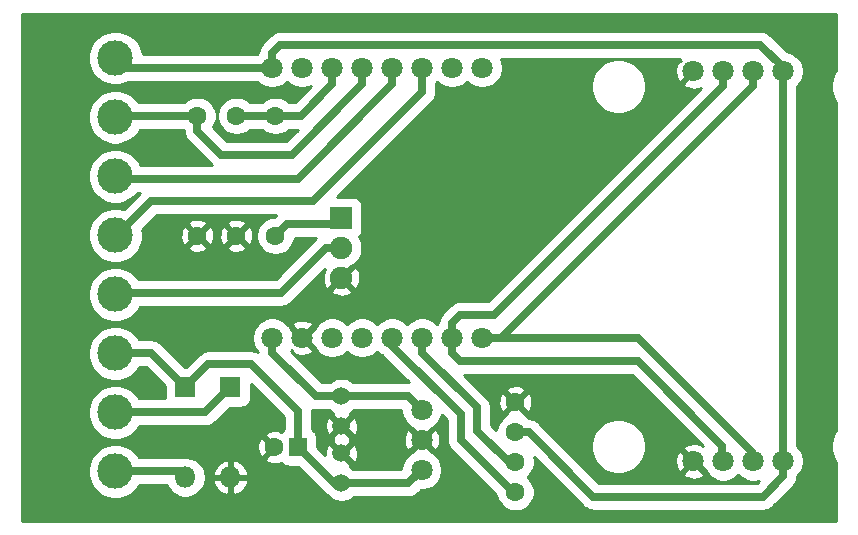
<source format=gtl>
G04 #@! TF.GenerationSoftware,KiCad,Pcbnew,(5.1.8)-1*
G04 #@! TF.CreationDate,2021-01-11T10:59:45+01:00*
G04 #@! TF.ProjectId,wifiOiler01,77696669-4f69-46c6-9572-30312e6b6963,4.1*
G04 #@! TF.SameCoordinates,Original*
G04 #@! TF.FileFunction,Copper,L1,Top*
G04 #@! TF.FilePolarity,Positive*
%FSLAX46Y46*%
G04 Gerber Fmt 4.6, Leading zero omitted, Abs format (unit mm)*
G04 Created by KiCad (PCBNEW (5.1.8)-1) date 2021-01-11 10:59:45*
%MOMM*%
%LPD*%
G01*
G04 APERTURE LIST*
G04 #@! TA.AperFunction,ComponentPad*
%ADD10C,1.600000*%
G04 #@! TD*
G04 #@! TA.AperFunction,ComponentPad*
%ADD11R,1.600000X1.600000*%
G04 #@! TD*
G04 #@! TA.AperFunction,ComponentPad*
%ADD12C,1.800000*%
G04 #@! TD*
G04 #@! TA.AperFunction,ComponentPad*
%ADD13C,1.500000*%
G04 #@! TD*
G04 #@! TA.AperFunction,ComponentPad*
%ADD14C,1.900000*%
G04 #@! TD*
G04 #@! TA.AperFunction,ComponentPad*
%ADD15R,1.900000X1.900000*%
G04 #@! TD*
G04 #@! TA.AperFunction,ComponentPad*
%ADD16C,3.000000*%
G04 #@! TD*
G04 #@! TA.AperFunction,ComponentPad*
%ADD17O,1.800000X1.800000*%
G04 #@! TD*
G04 #@! TA.AperFunction,ComponentPad*
%ADD18R,1.800000X1.800000*%
G04 #@! TD*
G04 #@! TA.AperFunction,Conductor*
%ADD19C,0.700000*%
G04 #@! TD*
G04 #@! TA.AperFunction,Conductor*
%ADD20C,0.254000*%
G04 #@! TD*
G04 #@! TA.AperFunction,Conductor*
%ADD21C,0.100000*%
G04 #@! TD*
G04 APERTURE END LIST*
D10*
X126905000Y-137795000D03*
D11*
X128905000Y-137795000D03*
D12*
X164930000Y-105970000D03*
X162390000Y-105970000D03*
X167470000Y-105970000D03*
X170010000Y-105970000D03*
D10*
X127000000Y-109728000D03*
X127000000Y-119888000D03*
D12*
X139395000Y-134620000D03*
X139395000Y-137160000D03*
X139395000Y-139700000D03*
D13*
X132588000Y-138303000D03*
X132588000Y-140843000D03*
X132588000Y-136017000D03*
X132588000Y-133477000D03*
D10*
X120396000Y-109728000D03*
X120396000Y-119888000D03*
X123698000Y-109728000D03*
X123698000Y-119888000D03*
D14*
X132588000Y-123444000D03*
X132588000Y-120904000D03*
D15*
X132588000Y-118364000D03*
D16*
X113446470Y-139840000D03*
X113446470Y-134840000D03*
X113446470Y-129840000D03*
X113446470Y-124840000D03*
X113446470Y-119840000D03*
X113446470Y-114840000D03*
X113446470Y-109840000D03*
X113446470Y-104840000D03*
D12*
X126746000Y-128524000D03*
X129286000Y-128524000D03*
X131826000Y-128524000D03*
X134366000Y-128524000D03*
X136906000Y-128524000D03*
X139446000Y-128524000D03*
X141986000Y-128524000D03*
X144526000Y-128524000D03*
X126746000Y-105664000D03*
X129286000Y-105664000D03*
X131826000Y-105664000D03*
X134366000Y-105664000D03*
X136906000Y-105664000D03*
X139446000Y-105664000D03*
X141986000Y-105664000D03*
X144526000Y-105664000D03*
D10*
X147320000Y-141605000D03*
X147320000Y-139065000D03*
X147320000Y-136525000D03*
X147320000Y-133985000D03*
D17*
X119380000Y-140335000D03*
D18*
X119380000Y-132715000D03*
D17*
X123190000Y-140335000D03*
D18*
X123190000Y-132715000D03*
D12*
X162390000Y-138990000D03*
X164930000Y-138990000D03*
X170010000Y-138990000D03*
X167470000Y-138990000D03*
D19*
X126746000Y-129796792D02*
X126746000Y-128524000D01*
X130426208Y-133477000D02*
X126746000Y-129796792D01*
X132969000Y-133477000D02*
X130426208Y-133477000D01*
X138252000Y-133477000D02*
X139395000Y-134620000D01*
X132969000Y-133477000D02*
X138252000Y-133477000D01*
X129540000Y-128524000D02*
X129775999Y-128288001D01*
X129286000Y-128524000D02*
X129540000Y-128524000D01*
X116505000Y-129840000D02*
X119380000Y-132715000D01*
X113446470Y-129840000D02*
X116505000Y-129840000D01*
X128905000Y-134739998D02*
X128905000Y-137795000D01*
X124930001Y-130764999D02*
X128905000Y-134739998D01*
X121330001Y-130764999D02*
X124930001Y-130764999D01*
X119380000Y-132715000D02*
X121330001Y-130764999D01*
X131953000Y-140843000D02*
X132969000Y-140843000D01*
X128905000Y-137795000D02*
X131953000Y-140843000D01*
X138252000Y-140843000D02*
X139395000Y-139700000D01*
X132969000Y-140843000D02*
X138252000Y-140843000D01*
X121065000Y-134840000D02*
X123190000Y-132715000D01*
X113446470Y-134840000D02*
X121065000Y-134840000D01*
X118885000Y-139840000D02*
X119380000Y-140335000D01*
X113446470Y-139840000D02*
X118885000Y-139840000D01*
X130178010Y-116963990D02*
X116462010Y-116963990D01*
X139446000Y-105664000D02*
X139446000Y-107696000D01*
X139446000Y-107696000D02*
X130178010Y-116963990D01*
X116462010Y-116963990D02*
X113538000Y-119888000D01*
X136906000Y-107078213D02*
X128922213Y-115062000D01*
X136906000Y-105664000D02*
X136906000Y-107078213D01*
X128922213Y-115062000D02*
X113538000Y-115062000D01*
X120396000Y-109728000D02*
X113792000Y-109728000D01*
X134366000Y-107078213D02*
X128414213Y-113030000D01*
X134366000Y-105664000D02*
X134366000Y-107078213D01*
X120396000Y-110998000D02*
X122428000Y-113030000D01*
X120396000Y-109728000D02*
X120396000Y-110998000D01*
X128414213Y-113030000D02*
X122428000Y-113030000D01*
X129176213Y-109728000D02*
X131826000Y-107078213D01*
X127000000Y-109728000D02*
X129176213Y-109728000D01*
X131826000Y-107078213D02*
X131826000Y-105664000D01*
X123698000Y-109728000D02*
X127000000Y-109728000D01*
X167436800Y-107190792D02*
X146103592Y-128524000D01*
X167436800Y-105918000D02*
X167436800Y-107190792D01*
X141986000Y-127251208D02*
X141986000Y-128524000D01*
X142663209Y-126573999D02*
X141986000Y-127251208D01*
X145513593Y-126573999D02*
X142663209Y-126573999D01*
X164896800Y-107190792D02*
X145513593Y-126573999D01*
X164896800Y-105918000D02*
X164896800Y-107190792D01*
X127000000Y-119888000D02*
X127984001Y-118903999D01*
X127984001Y-118903999D02*
X131627999Y-118903999D01*
X131627999Y-118903999D02*
X132048001Y-118903999D01*
X131315208Y-120904000D02*
X127505208Y-124714000D01*
X132588000Y-120904000D02*
X131315208Y-120904000D01*
X127505208Y-124714000D02*
X113284000Y-124714000D01*
X146748717Y-139065000D02*
X147320000Y-139065000D01*
X144069989Y-136386272D02*
X146748717Y-139065000D01*
X144069989Y-134429074D02*
X144069989Y-136386272D01*
X139446000Y-129805086D02*
X144069989Y-134429074D01*
X139446000Y-128524000D02*
X139446000Y-129805086D01*
X147121998Y-141605000D02*
X147320000Y-141605000D01*
X142669979Y-137152981D02*
X147121998Y-141605000D01*
X142669979Y-135008977D02*
X142669979Y-137152981D01*
X136906000Y-129244998D02*
X142669979Y-135008977D01*
X136906000Y-128524000D02*
X136906000Y-129244998D01*
X126746000Y-105664000D02*
X114300000Y-105664000D01*
X114300000Y-105664000D02*
X113538000Y-104902000D01*
X169976800Y-138887200D02*
X169926000Y-138938000D01*
X169976800Y-105970000D02*
X169976800Y-138887200D01*
X169976800Y-105623998D02*
X169976800Y-105970000D01*
X168066801Y-103713999D02*
X169976800Y-105623998D01*
X127423209Y-103713999D02*
X168066801Y-103713999D01*
X126746000Y-104391208D02*
X127423209Y-103713999D01*
X126746000Y-105664000D02*
X126746000Y-104391208D01*
X148451370Y-136525000D02*
X153912370Y-141986000D01*
X147320000Y-136525000D02*
X148451370Y-136525000D01*
X170010000Y-140262792D02*
X170010000Y-138990000D01*
X168286792Y-141986000D02*
X170010000Y-140262792D01*
X153912370Y-141986000D02*
X168286792Y-141986000D01*
X141986000Y-129796792D02*
X141986000Y-128524000D01*
X142663209Y-130474001D02*
X141986000Y-129796792D01*
X157654793Y-130474001D02*
X142663209Y-130474001D01*
X164846000Y-137665208D02*
X157654793Y-130474001D01*
X164846000Y-138938000D02*
X164846000Y-137665208D01*
X157684699Y-128524000D02*
X146050000Y-128524000D01*
X167386000Y-138225301D02*
X157684699Y-128524000D01*
X167386000Y-138938000D02*
X167386000Y-138225301D01*
X146050000Y-128524000D02*
X144526000Y-128524000D01*
X146103592Y-128524000D02*
X146050000Y-128524000D01*
D20*
X174498000Y-105838191D02*
X174297840Y-106137752D01*
X174122426Y-106561239D01*
X174033000Y-107010811D01*
X174033000Y-107469189D01*
X174122426Y-107918761D01*
X174297840Y-108342248D01*
X174498000Y-108641809D01*
X174498000Y-136318191D01*
X174297840Y-136617752D01*
X174122426Y-137041239D01*
X174033000Y-137490811D01*
X174033000Y-137949189D01*
X174122426Y-138398761D01*
X174297840Y-138822248D01*
X174498000Y-139121809D01*
X174498000Y-144018000D01*
X105537000Y-144018000D01*
X105537000Y-139610811D01*
X111119470Y-139610811D01*
X111119470Y-140069189D01*
X111208896Y-140518761D01*
X111384310Y-140942248D01*
X111638971Y-141323376D01*
X111963094Y-141647499D01*
X112344222Y-141902160D01*
X112767709Y-142077574D01*
X113217281Y-142167000D01*
X113675659Y-142167000D01*
X114125231Y-142077574D01*
X114548718Y-141902160D01*
X114929846Y-141647499D01*
X115253969Y-141323376D01*
X115458682Y-141017000D01*
X117793203Y-141017000D01*
X117849553Y-141153041D01*
X118038552Y-141435898D01*
X118279102Y-141676448D01*
X118561959Y-141865447D01*
X118876253Y-141995632D01*
X119209905Y-142062000D01*
X119550095Y-142062000D01*
X119883747Y-141995632D01*
X120198041Y-141865447D01*
X120480898Y-141676448D01*
X120721448Y-141435898D01*
X120910447Y-141153041D01*
X121040632Y-140838747D01*
X121068282Y-140699741D01*
X121698959Y-140699741D01*
X121798766Y-140983620D01*
X121952038Y-141242573D01*
X122152884Y-141466649D01*
X122393586Y-141647236D01*
X122664893Y-141777394D01*
X122825260Y-141826036D01*
X123063000Y-141705378D01*
X123063000Y-140462000D01*
X123317000Y-140462000D01*
X123317000Y-141705378D01*
X123554740Y-141826036D01*
X123715107Y-141777394D01*
X123986414Y-141647236D01*
X124227116Y-141466649D01*
X124427962Y-141242573D01*
X124581234Y-140983620D01*
X124681041Y-140699741D01*
X124560992Y-140462000D01*
X123317000Y-140462000D01*
X123063000Y-140462000D01*
X121819008Y-140462000D01*
X121698959Y-140699741D01*
X121068282Y-140699741D01*
X121107000Y-140505095D01*
X121107000Y-140164905D01*
X121068283Y-139970259D01*
X121698959Y-139970259D01*
X121819008Y-140208000D01*
X123063000Y-140208000D01*
X123063000Y-138964622D01*
X123317000Y-138964622D01*
X123317000Y-140208000D01*
X124560992Y-140208000D01*
X124681041Y-139970259D01*
X124581234Y-139686380D01*
X124427962Y-139427427D01*
X124227116Y-139203351D01*
X123986414Y-139022764D01*
X123715107Y-138892606D01*
X123554740Y-138843964D01*
X123317000Y-138964622D01*
X123063000Y-138964622D01*
X122825260Y-138843964D01*
X122664893Y-138892606D01*
X122393586Y-139022764D01*
X122152884Y-139203351D01*
X121952038Y-139427427D01*
X121798766Y-139686380D01*
X121698959Y-139970259D01*
X121068283Y-139970259D01*
X121040632Y-139831253D01*
X120910447Y-139516959D01*
X120721448Y-139234102D01*
X120480898Y-138993552D01*
X120198041Y-138804553D01*
X119883747Y-138674368D01*
X119550095Y-138608000D01*
X119209905Y-138608000D01*
X118936519Y-138662380D01*
X118885000Y-138657306D01*
X118827188Y-138663000D01*
X115458682Y-138663000D01*
X115253969Y-138356624D01*
X114929846Y-138032501D01*
X114679929Y-137865512D01*
X125464783Y-137865512D01*
X125506213Y-138145130D01*
X125601397Y-138411292D01*
X125668329Y-138536514D01*
X125912298Y-138608097D01*
X126725395Y-137795000D01*
X125912298Y-136981903D01*
X125668329Y-137053486D01*
X125547429Y-137308996D01*
X125478700Y-137583184D01*
X125464783Y-137865512D01*
X114679929Y-137865512D01*
X114548718Y-137777840D01*
X114125231Y-137602426D01*
X113675659Y-137513000D01*
X113217281Y-137513000D01*
X112767709Y-137602426D01*
X112344222Y-137777840D01*
X111963094Y-138032501D01*
X111638971Y-138356624D01*
X111384310Y-138737752D01*
X111208896Y-139161239D01*
X111119470Y-139610811D01*
X105537000Y-139610811D01*
X105537000Y-104610811D01*
X111119470Y-104610811D01*
X111119470Y-105069189D01*
X111208896Y-105518761D01*
X111384310Y-105942248D01*
X111638971Y-106323376D01*
X111963094Y-106647499D01*
X112344222Y-106902160D01*
X112767709Y-107077574D01*
X113217281Y-107167000D01*
X113675659Y-107167000D01*
X114125231Y-107077574D01*
X114548718Y-106902160D01*
X114640251Y-106841000D01*
X125480654Y-106841000D01*
X125645102Y-107005448D01*
X125927959Y-107194447D01*
X126242253Y-107324632D01*
X126575905Y-107391000D01*
X126916095Y-107391000D01*
X127249747Y-107324632D01*
X127564041Y-107194447D01*
X127846898Y-107005448D01*
X128016000Y-106836346D01*
X128185102Y-107005448D01*
X128467959Y-107194447D01*
X128782253Y-107324632D01*
X129115905Y-107391000D01*
X129456095Y-107391000D01*
X129789747Y-107324632D01*
X130003656Y-107236028D01*
X128688685Y-108551000D01*
X128123925Y-108551000D01*
X128037152Y-108464227D01*
X127770673Y-108286172D01*
X127474578Y-108163525D01*
X127160245Y-108101000D01*
X126839755Y-108101000D01*
X126525422Y-108163525D01*
X126229327Y-108286172D01*
X125962848Y-108464227D01*
X125876075Y-108551000D01*
X124821925Y-108551000D01*
X124735152Y-108464227D01*
X124468673Y-108286172D01*
X124172578Y-108163525D01*
X123858245Y-108101000D01*
X123537755Y-108101000D01*
X123223422Y-108163525D01*
X122927327Y-108286172D01*
X122660848Y-108464227D01*
X122434227Y-108690848D01*
X122256172Y-108957327D01*
X122133525Y-109253422D01*
X122071000Y-109567755D01*
X122071000Y-109888245D01*
X122133525Y-110202578D01*
X122256172Y-110498673D01*
X122434227Y-110765152D01*
X122660848Y-110991773D01*
X122927327Y-111169828D01*
X123223422Y-111292475D01*
X123537755Y-111355000D01*
X123858245Y-111355000D01*
X124172578Y-111292475D01*
X124468673Y-111169828D01*
X124735152Y-110991773D01*
X124821925Y-110905000D01*
X125876075Y-110905000D01*
X125962848Y-110991773D01*
X126229327Y-111169828D01*
X126525422Y-111292475D01*
X126839755Y-111355000D01*
X127160245Y-111355000D01*
X127474578Y-111292475D01*
X127770673Y-111169828D01*
X128037152Y-110991773D01*
X128123925Y-110905000D01*
X128874685Y-110905000D01*
X127926685Y-111853000D01*
X122915529Y-111853000D01*
X121727027Y-110664499D01*
X121837828Y-110498673D01*
X121960475Y-110202578D01*
X122023000Y-109888245D01*
X122023000Y-109567755D01*
X121960475Y-109253422D01*
X121837828Y-108957327D01*
X121659773Y-108690848D01*
X121433152Y-108464227D01*
X121166673Y-108286172D01*
X120870578Y-108163525D01*
X120556245Y-108101000D01*
X120235755Y-108101000D01*
X119921422Y-108163525D01*
X119625327Y-108286172D01*
X119358848Y-108464227D01*
X119272075Y-108551000D01*
X115383847Y-108551000D01*
X115253969Y-108356624D01*
X114929846Y-108032501D01*
X114548718Y-107777840D01*
X114125231Y-107602426D01*
X113675659Y-107513000D01*
X113217281Y-107513000D01*
X112767709Y-107602426D01*
X112344222Y-107777840D01*
X111963094Y-108032501D01*
X111638971Y-108356624D01*
X111384310Y-108737752D01*
X111208896Y-109161239D01*
X111119470Y-109610811D01*
X111119470Y-110069189D01*
X111208896Y-110518761D01*
X111384310Y-110942248D01*
X111638971Y-111323376D01*
X111963094Y-111647499D01*
X112344222Y-111902160D01*
X112767709Y-112077574D01*
X113217281Y-112167000D01*
X113675659Y-112167000D01*
X114125231Y-112077574D01*
X114548718Y-111902160D01*
X114929846Y-111647499D01*
X115253969Y-111323376D01*
X115508630Y-110942248D01*
X115524059Y-110905000D01*
X119219000Y-110905000D01*
X119219000Y-110940188D01*
X119213306Y-110998000D01*
X119219000Y-111055812D01*
X119236031Y-111228732D01*
X119303333Y-111450597D01*
X119412627Y-111655070D01*
X119559710Y-111834291D01*
X119604618Y-111871146D01*
X121554853Y-113821382D01*
X121591709Y-113866291D01*
X121614506Y-113885000D01*
X115569622Y-113885000D01*
X115508630Y-113737752D01*
X115253969Y-113356624D01*
X114929846Y-113032501D01*
X114548718Y-112777840D01*
X114125231Y-112602426D01*
X113675659Y-112513000D01*
X113217281Y-112513000D01*
X112767709Y-112602426D01*
X112344222Y-112777840D01*
X111963094Y-113032501D01*
X111638971Y-113356624D01*
X111384310Y-113737752D01*
X111208896Y-114161239D01*
X111119470Y-114610811D01*
X111119470Y-115069189D01*
X111208896Y-115518761D01*
X111384310Y-115942248D01*
X111638971Y-116323376D01*
X111963094Y-116647499D01*
X112344222Y-116902160D01*
X112767709Y-117077574D01*
X113217281Y-117167000D01*
X113675659Y-117167000D01*
X114125231Y-117077574D01*
X114548718Y-116902160D01*
X114929846Y-116647499D01*
X115253969Y-116323376D01*
X115310347Y-116239000D01*
X115522470Y-116239000D01*
X114149141Y-117612330D01*
X114125231Y-117602426D01*
X113675659Y-117513000D01*
X113217281Y-117513000D01*
X112767709Y-117602426D01*
X112344222Y-117777840D01*
X111963094Y-118032501D01*
X111638971Y-118356624D01*
X111384310Y-118737752D01*
X111208896Y-119161239D01*
X111119470Y-119610811D01*
X111119470Y-120069189D01*
X111208896Y-120518761D01*
X111384310Y-120942248D01*
X111638971Y-121323376D01*
X111963094Y-121647499D01*
X112344222Y-121902160D01*
X112767709Y-122077574D01*
X113217281Y-122167000D01*
X113675659Y-122167000D01*
X114125231Y-122077574D01*
X114548718Y-121902160D01*
X114929846Y-121647499D01*
X115253969Y-121323376D01*
X115508630Y-120942248D01*
X115534123Y-120880702D01*
X119582903Y-120880702D01*
X119654486Y-121124671D01*
X119909996Y-121245571D01*
X120184184Y-121314300D01*
X120466512Y-121328217D01*
X120746130Y-121286787D01*
X121012292Y-121191603D01*
X121137514Y-121124671D01*
X121209097Y-120880702D01*
X122884903Y-120880702D01*
X122956486Y-121124671D01*
X123211996Y-121245571D01*
X123486184Y-121314300D01*
X123768512Y-121328217D01*
X124048130Y-121286787D01*
X124314292Y-121191603D01*
X124439514Y-121124671D01*
X124511097Y-120880702D01*
X123698000Y-120067605D01*
X122884903Y-120880702D01*
X121209097Y-120880702D01*
X120396000Y-120067605D01*
X119582903Y-120880702D01*
X115534123Y-120880702D01*
X115684044Y-120518761D01*
X115773470Y-120069189D01*
X115773470Y-119958512D01*
X118955783Y-119958512D01*
X118997213Y-120238130D01*
X119092397Y-120504292D01*
X119159329Y-120629514D01*
X119403298Y-120701097D01*
X120216395Y-119888000D01*
X120575605Y-119888000D01*
X121388702Y-120701097D01*
X121632671Y-120629514D01*
X121753571Y-120374004D01*
X121822300Y-120099816D01*
X121829265Y-119958512D01*
X122257783Y-119958512D01*
X122299213Y-120238130D01*
X122394397Y-120504292D01*
X122461329Y-120629514D01*
X122705298Y-120701097D01*
X123518395Y-119888000D01*
X123877605Y-119888000D01*
X124690702Y-120701097D01*
X124934671Y-120629514D01*
X125055571Y-120374004D01*
X125124300Y-120099816D01*
X125138217Y-119817488D01*
X125096787Y-119537870D01*
X125001603Y-119271708D01*
X124934671Y-119146486D01*
X124690702Y-119074903D01*
X123877605Y-119888000D01*
X123518395Y-119888000D01*
X122705298Y-119074903D01*
X122461329Y-119146486D01*
X122340429Y-119401996D01*
X122271700Y-119676184D01*
X122257783Y-119958512D01*
X121829265Y-119958512D01*
X121836217Y-119817488D01*
X121794787Y-119537870D01*
X121699603Y-119271708D01*
X121632671Y-119146486D01*
X121388702Y-119074903D01*
X120575605Y-119888000D01*
X120216395Y-119888000D01*
X119403298Y-119074903D01*
X119159329Y-119146486D01*
X119038429Y-119401996D01*
X118969700Y-119676184D01*
X118955783Y-119958512D01*
X115773470Y-119958512D01*
X115773470Y-119610811D01*
X115724733Y-119365796D01*
X116195231Y-118895298D01*
X119582903Y-118895298D01*
X120396000Y-119708395D01*
X121209097Y-118895298D01*
X122884903Y-118895298D01*
X123698000Y-119708395D01*
X124511097Y-118895298D01*
X124439514Y-118651329D01*
X124184004Y-118530429D01*
X123909816Y-118461700D01*
X123627488Y-118447783D01*
X123347870Y-118489213D01*
X123081708Y-118584397D01*
X122956486Y-118651329D01*
X122884903Y-118895298D01*
X121209097Y-118895298D01*
X121137514Y-118651329D01*
X120882004Y-118530429D01*
X120607816Y-118461700D01*
X120325488Y-118447783D01*
X120045870Y-118489213D01*
X119779708Y-118584397D01*
X119654486Y-118651329D01*
X119582903Y-118895298D01*
X116195231Y-118895298D01*
X116949540Y-118140990D01*
X127082480Y-118140990D01*
X126962470Y-118261000D01*
X126839755Y-118261000D01*
X126525422Y-118323525D01*
X126229327Y-118446172D01*
X125962848Y-118624227D01*
X125736227Y-118850848D01*
X125558172Y-119117327D01*
X125435525Y-119413422D01*
X125373000Y-119727755D01*
X125373000Y-120048245D01*
X125435525Y-120362578D01*
X125558172Y-120658673D01*
X125736227Y-120925152D01*
X125962848Y-121151773D01*
X126229327Y-121329828D01*
X126525422Y-121452475D01*
X126839755Y-121515000D01*
X127160245Y-121515000D01*
X127474578Y-121452475D01*
X127770673Y-121329828D01*
X128037152Y-121151773D01*
X128263773Y-120925152D01*
X128441828Y-120658673D01*
X128564475Y-120362578D01*
X128620485Y-120080999D01*
X130468010Y-120080999D01*
X130442066Y-120112612D01*
X127017680Y-123537000D01*
X115374492Y-123537000D01*
X115253969Y-123356624D01*
X114929846Y-123032501D01*
X114548718Y-122777840D01*
X114125231Y-122602426D01*
X113675659Y-122513000D01*
X113217281Y-122513000D01*
X112767709Y-122602426D01*
X112344222Y-122777840D01*
X111963094Y-123032501D01*
X111638971Y-123356624D01*
X111384310Y-123737752D01*
X111208896Y-124161239D01*
X111119470Y-124610811D01*
X111119470Y-125069189D01*
X111208896Y-125518761D01*
X111384310Y-125942248D01*
X111638971Y-126323376D01*
X111963094Y-126647499D01*
X112344222Y-126902160D01*
X112767709Y-127077574D01*
X113217281Y-127167000D01*
X113675659Y-127167000D01*
X114125231Y-127077574D01*
X114548718Y-126902160D01*
X114929846Y-126647499D01*
X115253969Y-126323376D01*
X115508630Y-125942248D01*
X115529858Y-125891000D01*
X127447396Y-125891000D01*
X127505208Y-125896694D01*
X127563020Y-125891000D01*
X127735940Y-125873969D01*
X127957805Y-125806667D01*
X128162278Y-125697374D01*
X128341499Y-125550291D01*
X128378359Y-125505377D01*
X129339984Y-124543752D01*
X131667853Y-124543752D01*
X131757579Y-124803042D01*
X132038671Y-124938935D01*
X132340873Y-125017379D01*
X132652573Y-125035359D01*
X132961791Y-124992184D01*
X133256644Y-124889513D01*
X133418421Y-124803042D01*
X133508147Y-124543752D01*
X132588000Y-123623605D01*
X131667853Y-124543752D01*
X129339984Y-124543752D01*
X131190398Y-122693339D01*
X131093065Y-122894671D01*
X131014621Y-123196873D01*
X130996641Y-123508573D01*
X131039816Y-123817791D01*
X131142487Y-124112644D01*
X131228958Y-124274421D01*
X131488248Y-124364147D01*
X132408395Y-123444000D01*
X132767605Y-123444000D01*
X133687752Y-124364147D01*
X133947042Y-124274421D01*
X134082935Y-123993329D01*
X134161379Y-123691127D01*
X134179359Y-123379427D01*
X134136184Y-123070209D01*
X134033513Y-122775356D01*
X133947042Y-122613579D01*
X133687752Y-122523853D01*
X132767605Y-123444000D01*
X132408395Y-123444000D01*
X132394253Y-123429858D01*
X132573858Y-123250253D01*
X132588000Y-123264395D01*
X133333978Y-122518417D01*
X133429725Y-122478757D01*
X133720771Y-122284286D01*
X133968286Y-122036771D01*
X134162757Y-121745725D01*
X134296711Y-121422332D01*
X134365000Y-121079019D01*
X134365000Y-120728981D01*
X134296711Y-120385668D01*
X134162757Y-120062275D01*
X134080265Y-119938817D01*
X134125606Y-119901606D01*
X134228952Y-119775679D01*
X134305745Y-119632010D01*
X134353034Y-119476120D01*
X134369001Y-119314000D01*
X134369001Y-117414000D01*
X134353034Y-117251880D01*
X134305745Y-117095990D01*
X134228952Y-116952321D01*
X134125606Y-116826394D01*
X133999679Y-116723048D01*
X133856010Y-116646255D01*
X133700120Y-116598966D01*
X133538000Y-116582999D01*
X132223529Y-116582999D01*
X140237383Y-108569146D01*
X140282291Y-108532291D01*
X140429374Y-108353070D01*
X140538667Y-108148597D01*
X140605969Y-107926732D01*
X140623000Y-107753812D01*
X140623000Y-107753803D01*
X140628693Y-107696001D01*
X140623000Y-107638199D01*
X140623000Y-106929346D01*
X140716000Y-106836346D01*
X140885102Y-107005448D01*
X141167959Y-107194447D01*
X141482253Y-107324632D01*
X141815905Y-107391000D01*
X142156095Y-107391000D01*
X142489747Y-107324632D01*
X142804041Y-107194447D01*
X143086898Y-107005448D01*
X143256000Y-106836346D01*
X143425102Y-107005448D01*
X143707959Y-107194447D01*
X144022253Y-107324632D01*
X144355905Y-107391000D01*
X144696095Y-107391000D01*
X145029747Y-107324632D01*
X145344041Y-107194447D01*
X145618871Y-107010811D01*
X153713000Y-107010811D01*
X153713000Y-107469189D01*
X153802426Y-107918761D01*
X153977840Y-108342248D01*
X154232501Y-108723376D01*
X154556624Y-109047499D01*
X154937752Y-109302160D01*
X155361239Y-109477574D01*
X155810811Y-109567000D01*
X156269189Y-109567000D01*
X156718761Y-109477574D01*
X157142248Y-109302160D01*
X157523376Y-109047499D01*
X157847499Y-108723376D01*
X158102160Y-108342248D01*
X158277574Y-107918761D01*
X158367000Y-107469189D01*
X158367000Y-107010811D01*
X158277574Y-106561239D01*
X158102160Y-106137752D01*
X157847499Y-105756624D01*
X157523376Y-105432501D01*
X157142248Y-105177840D01*
X156718761Y-105002426D01*
X156269189Y-104913000D01*
X155810811Y-104913000D01*
X155361239Y-105002426D01*
X154937752Y-105177840D01*
X154556624Y-105432501D01*
X154232501Y-105756624D01*
X153977840Y-106137752D01*
X153802426Y-106561239D01*
X153713000Y-107010811D01*
X145618871Y-107010811D01*
X145626898Y-107005448D01*
X145867448Y-106764898D01*
X146056447Y-106482041D01*
X146186632Y-106167747D01*
X146253000Y-105834095D01*
X146253000Y-105493905D01*
X146186632Y-105160253D01*
X146075103Y-104890999D01*
X161288549Y-104890999D01*
X161209970Y-104969578D01*
X161325918Y-105085526D01*
X161071739Y-105169208D01*
X160940842Y-105441775D01*
X160865635Y-105734642D01*
X160849009Y-106036553D01*
X160891603Y-106335907D01*
X160991778Y-106621199D01*
X161071739Y-106770792D01*
X161325920Y-106854475D01*
X162210395Y-105970000D01*
X162196253Y-105955858D01*
X162375858Y-105776253D01*
X162390000Y-105790395D01*
X162404143Y-105776253D01*
X162583748Y-105955858D01*
X162569605Y-105970000D01*
X162583748Y-105984143D01*
X162404143Y-106163748D01*
X162390000Y-106149605D01*
X161505525Y-107034080D01*
X161589208Y-107288261D01*
X161861775Y-107419158D01*
X162154642Y-107494365D01*
X162456553Y-107510991D01*
X162755907Y-107468397D01*
X163041199Y-107368222D01*
X163070507Y-107352556D01*
X145026065Y-125396999D01*
X142721010Y-125396999D01*
X142663208Y-125391306D01*
X142605406Y-125396999D01*
X142605397Y-125396999D01*
X142432477Y-125414030D01*
X142210612Y-125481332D01*
X142006139Y-125590625D01*
X141826918Y-125737708D01*
X141790058Y-125782622D01*
X141194623Y-126378057D01*
X141149709Y-126414917D01*
X141002626Y-126594139D01*
X140893333Y-126798612D01*
X140861922Y-126902160D01*
X140826031Y-127020477D01*
X140803306Y-127251208D01*
X140804484Y-127263170D01*
X140716000Y-127351654D01*
X140546898Y-127182552D01*
X140264041Y-126993553D01*
X139949747Y-126863368D01*
X139616095Y-126797000D01*
X139275905Y-126797000D01*
X138942253Y-126863368D01*
X138627959Y-126993553D01*
X138345102Y-127182552D01*
X138176000Y-127351654D01*
X138006898Y-127182552D01*
X137724041Y-126993553D01*
X137409747Y-126863368D01*
X137076095Y-126797000D01*
X136735905Y-126797000D01*
X136402253Y-126863368D01*
X136087959Y-126993553D01*
X135805102Y-127182552D01*
X135636000Y-127351654D01*
X135466898Y-127182552D01*
X135184041Y-126993553D01*
X134869747Y-126863368D01*
X134536095Y-126797000D01*
X134195905Y-126797000D01*
X133862253Y-126863368D01*
X133547959Y-126993553D01*
X133265102Y-127182552D01*
X133096000Y-127351654D01*
X132926898Y-127182552D01*
X132644041Y-126993553D01*
X132329747Y-126863368D01*
X131996095Y-126797000D01*
X131655905Y-126797000D01*
X131322253Y-126863368D01*
X131007959Y-126993553D01*
X130725102Y-127182552D01*
X130484552Y-127423102D01*
X130319530Y-127670075D01*
X129465605Y-128524000D01*
X130319530Y-129377925D01*
X130484552Y-129624898D01*
X130725102Y-129865448D01*
X131007959Y-130054447D01*
X131322253Y-130184632D01*
X131655905Y-130251000D01*
X131996095Y-130251000D01*
X132329747Y-130184632D01*
X132644041Y-130054447D01*
X132926898Y-129865448D01*
X133096000Y-129696346D01*
X133265102Y-129865448D01*
X133547959Y-130054447D01*
X133862253Y-130184632D01*
X134195905Y-130251000D01*
X134536095Y-130251000D01*
X134869747Y-130184632D01*
X135184041Y-130054447D01*
X135466898Y-129865448D01*
X135636000Y-129696346D01*
X135805102Y-129865448D01*
X135998778Y-129994858D01*
X136069710Y-130081289D01*
X136114618Y-130118144D01*
X138295016Y-132298543D01*
X138252000Y-132294306D01*
X138194188Y-132300000D01*
X133641215Y-132300000D01*
X133593279Y-132252064D01*
X133334989Y-132079481D01*
X133047994Y-131960604D01*
X132743321Y-131900000D01*
X132432679Y-131900000D01*
X132128006Y-131960604D01*
X131841011Y-132079481D01*
X131582721Y-132252064D01*
X131534785Y-132300000D01*
X130913737Y-132300000D01*
X128301672Y-129687936D01*
X128401526Y-129588082D01*
X128485208Y-129842261D01*
X128757775Y-129973158D01*
X129050642Y-130048365D01*
X129352553Y-130064991D01*
X129651907Y-130022397D01*
X129937199Y-129922222D01*
X130086792Y-129842261D01*
X130170475Y-129588080D01*
X129286000Y-128703605D01*
X129271858Y-128717748D01*
X129092253Y-128538143D01*
X129106395Y-128524000D01*
X128252470Y-127670075D01*
X128112049Y-127459920D01*
X128401525Y-127459920D01*
X129286000Y-128344395D01*
X130170475Y-127459920D01*
X130086792Y-127205739D01*
X129814225Y-127074842D01*
X129521358Y-126999635D01*
X129219447Y-126983009D01*
X128920093Y-127025603D01*
X128634801Y-127125778D01*
X128485208Y-127205739D01*
X128401525Y-127459920D01*
X128112049Y-127459920D01*
X128087448Y-127423102D01*
X127846898Y-127182552D01*
X127564041Y-126993553D01*
X127249747Y-126863368D01*
X126916095Y-126797000D01*
X126575905Y-126797000D01*
X126242253Y-126863368D01*
X125927959Y-126993553D01*
X125645102Y-127182552D01*
X125404552Y-127423102D01*
X125215553Y-127705959D01*
X125085368Y-128020253D01*
X125019000Y-128353905D01*
X125019000Y-128694095D01*
X125085368Y-129027747D01*
X125215553Y-129342041D01*
X125404552Y-129624898D01*
X125531663Y-129752009D01*
X125382598Y-129672332D01*
X125160733Y-129605030D01*
X125016997Y-129590873D01*
X124930001Y-129582305D01*
X124872189Y-129587999D01*
X121387813Y-129587999D01*
X121330001Y-129582305D01*
X121141628Y-129600858D01*
X121099269Y-129605030D01*
X120877404Y-129672332D01*
X120672931Y-129781625D01*
X120573900Y-129862898D01*
X120493710Y-129928708D01*
X120456859Y-129973611D01*
X119446472Y-130983999D01*
X119313528Y-130983999D01*
X117378151Y-129048623D01*
X117341291Y-129003709D01*
X117162070Y-128856626D01*
X116957597Y-128747333D01*
X116735732Y-128680031D01*
X116562812Y-128663000D01*
X116505000Y-128657306D01*
X116447188Y-128663000D01*
X115458682Y-128663000D01*
X115253969Y-128356624D01*
X114929846Y-128032501D01*
X114548718Y-127777840D01*
X114125231Y-127602426D01*
X113675659Y-127513000D01*
X113217281Y-127513000D01*
X112767709Y-127602426D01*
X112344222Y-127777840D01*
X111963094Y-128032501D01*
X111638971Y-128356624D01*
X111384310Y-128737752D01*
X111208896Y-129161239D01*
X111119470Y-129610811D01*
X111119470Y-130069189D01*
X111208896Y-130518761D01*
X111384310Y-130942248D01*
X111638971Y-131323376D01*
X111963094Y-131647499D01*
X112344222Y-131902160D01*
X112767709Y-132077574D01*
X113217281Y-132167000D01*
X113675659Y-132167000D01*
X114125231Y-132077574D01*
X114548718Y-131902160D01*
X114929846Y-131647499D01*
X115253969Y-131323376D01*
X115458682Y-131017000D01*
X116017472Y-131017000D01*
X117648999Y-132648528D01*
X117648999Y-133615000D01*
X117653726Y-133663000D01*
X115458682Y-133663000D01*
X115253969Y-133356624D01*
X114929846Y-133032501D01*
X114548718Y-132777840D01*
X114125231Y-132602426D01*
X113675659Y-132513000D01*
X113217281Y-132513000D01*
X112767709Y-132602426D01*
X112344222Y-132777840D01*
X111963094Y-133032501D01*
X111638971Y-133356624D01*
X111384310Y-133737752D01*
X111208896Y-134161239D01*
X111119470Y-134610811D01*
X111119470Y-135069189D01*
X111208896Y-135518761D01*
X111384310Y-135942248D01*
X111638971Y-136323376D01*
X111963094Y-136647499D01*
X112344222Y-136902160D01*
X112767709Y-137077574D01*
X113217281Y-137167000D01*
X113675659Y-137167000D01*
X114125231Y-137077574D01*
X114548718Y-136902160D01*
X114929846Y-136647499D01*
X115253969Y-136323376D01*
X115458682Y-136017000D01*
X121007188Y-136017000D01*
X121065000Y-136022694D01*
X121122812Y-136017000D01*
X121295732Y-135999969D01*
X121517597Y-135932667D01*
X121722070Y-135823374D01*
X121901291Y-135676291D01*
X121938151Y-135631377D01*
X123123528Y-134446001D01*
X124090000Y-134446001D01*
X124252120Y-134430034D01*
X124408010Y-134382745D01*
X124551679Y-134305952D01*
X124677606Y-134202606D01*
X124780952Y-134076679D01*
X124857745Y-133933010D01*
X124905034Y-133777120D01*
X124921001Y-133615000D01*
X124921001Y-132420527D01*
X127728000Y-135227527D01*
X127728000Y-136258786D01*
X127643321Y-136304048D01*
X127517394Y-136407394D01*
X127464287Y-136472105D01*
X127391004Y-136437429D01*
X127116816Y-136368700D01*
X126834488Y-136354783D01*
X126554870Y-136396213D01*
X126288708Y-136491397D01*
X126163486Y-136558329D01*
X126091903Y-136802298D01*
X126905000Y-137615395D01*
X126919143Y-137601253D01*
X127098748Y-137780858D01*
X127084605Y-137795000D01*
X127098748Y-137809143D01*
X126919143Y-137988748D01*
X126905000Y-137974605D01*
X126091903Y-138787702D01*
X126163486Y-139031671D01*
X126418996Y-139152571D01*
X126693184Y-139221300D01*
X126975512Y-139235217D01*
X127255130Y-139193787D01*
X127464981Y-139118741D01*
X127517394Y-139182606D01*
X127643321Y-139285952D01*
X127786990Y-139362745D01*
X127942880Y-139410034D01*
X128105000Y-139426001D01*
X128871473Y-139426001D01*
X131079853Y-141634382D01*
X131116709Y-141679291D01*
X131295930Y-141826374D01*
X131393094Y-141878309D01*
X131582721Y-142067936D01*
X131841011Y-142240519D01*
X132128006Y-142359396D01*
X132432679Y-142420000D01*
X132743321Y-142420000D01*
X133047994Y-142359396D01*
X133334989Y-142240519D01*
X133593279Y-142067936D01*
X133641215Y-142020000D01*
X138194188Y-142020000D01*
X138252000Y-142025694D01*
X138309812Y-142020000D01*
X138482732Y-142002969D01*
X138704597Y-141935667D01*
X138909070Y-141826374D01*
X139088291Y-141679291D01*
X139125151Y-141634377D01*
X139332528Y-141427000D01*
X139565095Y-141427000D01*
X139898747Y-141360632D01*
X140213041Y-141230447D01*
X140495898Y-141041448D01*
X140736448Y-140800898D01*
X140925447Y-140518041D01*
X141055632Y-140203747D01*
X141122000Y-139870095D01*
X141122000Y-139529905D01*
X141055632Y-139196253D01*
X140925447Y-138881959D01*
X140736448Y-138599102D01*
X140495898Y-138358552D01*
X140248925Y-138193530D01*
X139395000Y-137339605D01*
X138541075Y-138193530D01*
X138294102Y-138358552D01*
X138053552Y-138599102D01*
X137864553Y-138881959D01*
X137734368Y-139196253D01*
X137668000Y-139529905D01*
X137668000Y-139666000D01*
X133641215Y-139666000D01*
X133593279Y-139618064D01*
X133334989Y-139445481D01*
X133316596Y-139437862D01*
X133365388Y-139259993D01*
X132588000Y-138482605D01*
X132573858Y-138496748D01*
X132394253Y-138317143D01*
X132408395Y-138303000D01*
X132767605Y-138303000D01*
X133544993Y-139080388D01*
X133783860Y-139014863D01*
X133899760Y-138767884D01*
X133965250Y-138503040D01*
X133977812Y-138230508D01*
X133936965Y-137960762D01*
X133844277Y-137704168D01*
X133783860Y-137591137D01*
X133544993Y-137525612D01*
X132767605Y-138303000D01*
X132408395Y-138303000D01*
X131631007Y-137525612D01*
X131392140Y-137591137D01*
X131276240Y-137838116D01*
X131210750Y-138102960D01*
X131198188Y-138375492D01*
X131206783Y-138432255D01*
X130536001Y-137761473D01*
X130536001Y-136995000D01*
X130533933Y-136973993D01*
X131810612Y-136973993D01*
X131861637Y-137160000D01*
X131810612Y-137346007D01*
X132588000Y-138123395D01*
X133365388Y-137346007D01*
X133332620Y-137226553D01*
X137854009Y-137226553D01*
X137896603Y-137525907D01*
X137996778Y-137811199D01*
X138076739Y-137960792D01*
X138330920Y-138044475D01*
X139215395Y-137160000D01*
X139574605Y-137160000D01*
X140459080Y-138044475D01*
X140713261Y-137960792D01*
X140844158Y-137688225D01*
X140919365Y-137395358D01*
X140935991Y-137093447D01*
X140893397Y-136794093D01*
X140793222Y-136508801D01*
X140713261Y-136359208D01*
X140459080Y-136275525D01*
X139574605Y-137160000D01*
X139215395Y-137160000D01*
X138330920Y-136275525D01*
X138076739Y-136359208D01*
X137945842Y-136631775D01*
X137870635Y-136924642D01*
X137854009Y-137226553D01*
X133332620Y-137226553D01*
X133314363Y-137160000D01*
X133365388Y-136973993D01*
X132588000Y-136196605D01*
X131810612Y-136973993D01*
X130533933Y-136973993D01*
X130520034Y-136832880D01*
X130472745Y-136676990D01*
X130395952Y-136533321D01*
X130292606Y-136407394D01*
X130166679Y-136304048D01*
X130082000Y-136258786D01*
X130082000Y-136089492D01*
X131198188Y-136089492D01*
X131239035Y-136359238D01*
X131331723Y-136615832D01*
X131392140Y-136728863D01*
X131631007Y-136794388D01*
X132408395Y-136017000D01*
X132767605Y-136017000D01*
X133544993Y-136794388D01*
X133783860Y-136728863D01*
X133899760Y-136481884D01*
X133965250Y-136217040D01*
X133977812Y-135944508D01*
X133936965Y-135674762D01*
X133844277Y-135418168D01*
X133783860Y-135305137D01*
X133544993Y-135239612D01*
X132767605Y-136017000D01*
X132408395Y-136017000D01*
X131631007Y-135239612D01*
X131392140Y-135305137D01*
X131276240Y-135552116D01*
X131210750Y-135816960D01*
X131198188Y-136089492D01*
X130082000Y-136089492D01*
X130082000Y-134797799D01*
X130087693Y-134739997D01*
X130082000Y-134682195D01*
X130082000Y-134682186D01*
X130073915Y-134600094D01*
X130195476Y-134636969D01*
X130426207Y-134659694D01*
X130484019Y-134654000D01*
X131534785Y-134654000D01*
X131582721Y-134701936D01*
X131841011Y-134874519D01*
X131859404Y-134882138D01*
X131810612Y-135060007D01*
X132588000Y-135837395D01*
X133365388Y-135060007D01*
X133316596Y-134882138D01*
X133334989Y-134874519D01*
X133593279Y-134701936D01*
X133641215Y-134654000D01*
X137668000Y-134654000D01*
X137668000Y-134790095D01*
X137734368Y-135123747D01*
X137864553Y-135438041D01*
X138053552Y-135720898D01*
X138294102Y-135961448D01*
X138541075Y-136126470D01*
X139395000Y-136980395D01*
X140248925Y-136126470D01*
X140495898Y-135961448D01*
X140736448Y-135720898D01*
X140925447Y-135438041D01*
X141055632Y-135123747D01*
X141066348Y-135069875D01*
X141492979Y-135496506D01*
X141492980Y-137095159D01*
X141487285Y-137152981D01*
X141510010Y-137383712D01*
X141577313Y-137605578D01*
X141685139Y-137807306D01*
X141686606Y-137810051D01*
X141833689Y-137989272D01*
X141878597Y-138026127D01*
X145711694Y-141859226D01*
X145755525Y-142079578D01*
X145878172Y-142375673D01*
X146056227Y-142642152D01*
X146282848Y-142868773D01*
X146549327Y-143046828D01*
X146845422Y-143169475D01*
X147159755Y-143232000D01*
X147480245Y-143232000D01*
X147794578Y-143169475D01*
X148090673Y-143046828D01*
X148357152Y-142868773D01*
X148583773Y-142642152D01*
X148761828Y-142375673D01*
X148884475Y-142079578D01*
X148947000Y-141765245D01*
X148947000Y-141444755D01*
X148884475Y-141130422D01*
X148761828Y-140834327D01*
X148583773Y-140567848D01*
X148357152Y-140341227D01*
X148347833Y-140335000D01*
X148357152Y-140328773D01*
X148583773Y-140102152D01*
X148761828Y-139835673D01*
X148884475Y-139539578D01*
X148947000Y-139225245D01*
X148947000Y-138904755D01*
X148892473Y-138630631D01*
X153039224Y-142777383D01*
X153076079Y-142822291D01*
X153255300Y-142969374D01*
X153459773Y-143078667D01*
X153681638Y-143145969D01*
X153854558Y-143163000D01*
X153854567Y-143163000D01*
X153912369Y-143168693D01*
X153970171Y-143163000D01*
X168228980Y-143163000D01*
X168286792Y-143168694D01*
X168344604Y-143163000D01*
X168517524Y-143145969D01*
X168739389Y-143078667D01*
X168943862Y-142969374D01*
X169123083Y-142822291D01*
X169159943Y-142777377D01*
X170801383Y-141135937D01*
X170846291Y-141099083D01*
X170993374Y-140919862D01*
X171102667Y-140715389D01*
X171169969Y-140493524D01*
X171187000Y-140320604D01*
X171187000Y-140320595D01*
X171192693Y-140262793D01*
X171191515Y-140250831D01*
X171351448Y-140090898D01*
X171540447Y-139808041D01*
X171670632Y-139493747D01*
X171737000Y-139160095D01*
X171737000Y-138819905D01*
X171670632Y-138486253D01*
X171540447Y-138171959D01*
X171351448Y-137889102D01*
X171153800Y-137691454D01*
X171153800Y-107268546D01*
X171351448Y-107070898D01*
X171540447Y-106788041D01*
X171670632Y-106473747D01*
X171737000Y-106140095D01*
X171737000Y-105799905D01*
X171670632Y-105466253D01*
X171540447Y-105151959D01*
X171351448Y-104869102D01*
X171110898Y-104628552D01*
X170828041Y-104439553D01*
X170513747Y-104309368D01*
X170280254Y-104262923D01*
X168939952Y-102922622D01*
X168903092Y-102877708D01*
X168723871Y-102730625D01*
X168519398Y-102621332D01*
X168297533Y-102554030D01*
X168124613Y-102536999D01*
X168066801Y-102531305D01*
X168008989Y-102536999D01*
X127481010Y-102536999D01*
X127423208Y-102531306D01*
X127365406Y-102536999D01*
X127365397Y-102536999D01*
X127192477Y-102554030D01*
X126970612Y-102621332D01*
X126766139Y-102730625D01*
X126586918Y-102877708D01*
X126550058Y-102922622D01*
X125954618Y-103518062D01*
X125909710Y-103554917D01*
X125762627Y-103734138D01*
X125653333Y-103938611D01*
X125594198Y-104133553D01*
X125586031Y-104160477D01*
X125563306Y-104391208D01*
X125564484Y-104403170D01*
X125480654Y-104487000D01*
X115748842Y-104487000D01*
X115684044Y-104161239D01*
X115508630Y-103737752D01*
X115253969Y-103356624D01*
X114929846Y-103032501D01*
X114548718Y-102777840D01*
X114125231Y-102602426D01*
X113675659Y-102513000D01*
X113217281Y-102513000D01*
X112767709Y-102602426D01*
X112344222Y-102777840D01*
X111963094Y-103032501D01*
X111638971Y-103356624D01*
X111384310Y-103737752D01*
X111208896Y-104161239D01*
X111119470Y-104610811D01*
X105537000Y-104610811D01*
X105537000Y-101092000D01*
X174498000Y-101092000D01*
X174498000Y-105838191D01*
G04 #@! TA.AperFunction,Conductor*
D21*
G36*
X174498000Y-105838191D02*
G01*
X174297840Y-106137752D01*
X174122426Y-106561239D01*
X174033000Y-107010811D01*
X174033000Y-107469189D01*
X174122426Y-107918761D01*
X174297840Y-108342248D01*
X174498000Y-108641809D01*
X174498000Y-136318191D01*
X174297840Y-136617752D01*
X174122426Y-137041239D01*
X174033000Y-137490811D01*
X174033000Y-137949189D01*
X174122426Y-138398761D01*
X174297840Y-138822248D01*
X174498000Y-139121809D01*
X174498000Y-144018000D01*
X105537000Y-144018000D01*
X105537000Y-139610811D01*
X111119470Y-139610811D01*
X111119470Y-140069189D01*
X111208896Y-140518761D01*
X111384310Y-140942248D01*
X111638971Y-141323376D01*
X111963094Y-141647499D01*
X112344222Y-141902160D01*
X112767709Y-142077574D01*
X113217281Y-142167000D01*
X113675659Y-142167000D01*
X114125231Y-142077574D01*
X114548718Y-141902160D01*
X114929846Y-141647499D01*
X115253969Y-141323376D01*
X115458682Y-141017000D01*
X117793203Y-141017000D01*
X117849553Y-141153041D01*
X118038552Y-141435898D01*
X118279102Y-141676448D01*
X118561959Y-141865447D01*
X118876253Y-141995632D01*
X119209905Y-142062000D01*
X119550095Y-142062000D01*
X119883747Y-141995632D01*
X120198041Y-141865447D01*
X120480898Y-141676448D01*
X120721448Y-141435898D01*
X120910447Y-141153041D01*
X121040632Y-140838747D01*
X121068282Y-140699741D01*
X121698959Y-140699741D01*
X121798766Y-140983620D01*
X121952038Y-141242573D01*
X122152884Y-141466649D01*
X122393586Y-141647236D01*
X122664893Y-141777394D01*
X122825260Y-141826036D01*
X123063000Y-141705378D01*
X123063000Y-140462000D01*
X123317000Y-140462000D01*
X123317000Y-141705378D01*
X123554740Y-141826036D01*
X123715107Y-141777394D01*
X123986414Y-141647236D01*
X124227116Y-141466649D01*
X124427962Y-141242573D01*
X124581234Y-140983620D01*
X124681041Y-140699741D01*
X124560992Y-140462000D01*
X123317000Y-140462000D01*
X123063000Y-140462000D01*
X121819008Y-140462000D01*
X121698959Y-140699741D01*
X121068282Y-140699741D01*
X121107000Y-140505095D01*
X121107000Y-140164905D01*
X121068283Y-139970259D01*
X121698959Y-139970259D01*
X121819008Y-140208000D01*
X123063000Y-140208000D01*
X123063000Y-138964622D01*
X123317000Y-138964622D01*
X123317000Y-140208000D01*
X124560992Y-140208000D01*
X124681041Y-139970259D01*
X124581234Y-139686380D01*
X124427962Y-139427427D01*
X124227116Y-139203351D01*
X123986414Y-139022764D01*
X123715107Y-138892606D01*
X123554740Y-138843964D01*
X123317000Y-138964622D01*
X123063000Y-138964622D01*
X122825260Y-138843964D01*
X122664893Y-138892606D01*
X122393586Y-139022764D01*
X122152884Y-139203351D01*
X121952038Y-139427427D01*
X121798766Y-139686380D01*
X121698959Y-139970259D01*
X121068283Y-139970259D01*
X121040632Y-139831253D01*
X120910447Y-139516959D01*
X120721448Y-139234102D01*
X120480898Y-138993552D01*
X120198041Y-138804553D01*
X119883747Y-138674368D01*
X119550095Y-138608000D01*
X119209905Y-138608000D01*
X118936519Y-138662380D01*
X118885000Y-138657306D01*
X118827188Y-138663000D01*
X115458682Y-138663000D01*
X115253969Y-138356624D01*
X114929846Y-138032501D01*
X114679929Y-137865512D01*
X125464783Y-137865512D01*
X125506213Y-138145130D01*
X125601397Y-138411292D01*
X125668329Y-138536514D01*
X125912298Y-138608097D01*
X126725395Y-137795000D01*
X125912298Y-136981903D01*
X125668329Y-137053486D01*
X125547429Y-137308996D01*
X125478700Y-137583184D01*
X125464783Y-137865512D01*
X114679929Y-137865512D01*
X114548718Y-137777840D01*
X114125231Y-137602426D01*
X113675659Y-137513000D01*
X113217281Y-137513000D01*
X112767709Y-137602426D01*
X112344222Y-137777840D01*
X111963094Y-138032501D01*
X111638971Y-138356624D01*
X111384310Y-138737752D01*
X111208896Y-139161239D01*
X111119470Y-139610811D01*
X105537000Y-139610811D01*
X105537000Y-104610811D01*
X111119470Y-104610811D01*
X111119470Y-105069189D01*
X111208896Y-105518761D01*
X111384310Y-105942248D01*
X111638971Y-106323376D01*
X111963094Y-106647499D01*
X112344222Y-106902160D01*
X112767709Y-107077574D01*
X113217281Y-107167000D01*
X113675659Y-107167000D01*
X114125231Y-107077574D01*
X114548718Y-106902160D01*
X114640251Y-106841000D01*
X125480654Y-106841000D01*
X125645102Y-107005448D01*
X125927959Y-107194447D01*
X126242253Y-107324632D01*
X126575905Y-107391000D01*
X126916095Y-107391000D01*
X127249747Y-107324632D01*
X127564041Y-107194447D01*
X127846898Y-107005448D01*
X128016000Y-106836346D01*
X128185102Y-107005448D01*
X128467959Y-107194447D01*
X128782253Y-107324632D01*
X129115905Y-107391000D01*
X129456095Y-107391000D01*
X129789747Y-107324632D01*
X130003656Y-107236028D01*
X128688685Y-108551000D01*
X128123925Y-108551000D01*
X128037152Y-108464227D01*
X127770673Y-108286172D01*
X127474578Y-108163525D01*
X127160245Y-108101000D01*
X126839755Y-108101000D01*
X126525422Y-108163525D01*
X126229327Y-108286172D01*
X125962848Y-108464227D01*
X125876075Y-108551000D01*
X124821925Y-108551000D01*
X124735152Y-108464227D01*
X124468673Y-108286172D01*
X124172578Y-108163525D01*
X123858245Y-108101000D01*
X123537755Y-108101000D01*
X123223422Y-108163525D01*
X122927327Y-108286172D01*
X122660848Y-108464227D01*
X122434227Y-108690848D01*
X122256172Y-108957327D01*
X122133525Y-109253422D01*
X122071000Y-109567755D01*
X122071000Y-109888245D01*
X122133525Y-110202578D01*
X122256172Y-110498673D01*
X122434227Y-110765152D01*
X122660848Y-110991773D01*
X122927327Y-111169828D01*
X123223422Y-111292475D01*
X123537755Y-111355000D01*
X123858245Y-111355000D01*
X124172578Y-111292475D01*
X124468673Y-111169828D01*
X124735152Y-110991773D01*
X124821925Y-110905000D01*
X125876075Y-110905000D01*
X125962848Y-110991773D01*
X126229327Y-111169828D01*
X126525422Y-111292475D01*
X126839755Y-111355000D01*
X127160245Y-111355000D01*
X127474578Y-111292475D01*
X127770673Y-111169828D01*
X128037152Y-110991773D01*
X128123925Y-110905000D01*
X128874685Y-110905000D01*
X127926685Y-111853000D01*
X122915529Y-111853000D01*
X121727027Y-110664499D01*
X121837828Y-110498673D01*
X121960475Y-110202578D01*
X122023000Y-109888245D01*
X122023000Y-109567755D01*
X121960475Y-109253422D01*
X121837828Y-108957327D01*
X121659773Y-108690848D01*
X121433152Y-108464227D01*
X121166673Y-108286172D01*
X120870578Y-108163525D01*
X120556245Y-108101000D01*
X120235755Y-108101000D01*
X119921422Y-108163525D01*
X119625327Y-108286172D01*
X119358848Y-108464227D01*
X119272075Y-108551000D01*
X115383847Y-108551000D01*
X115253969Y-108356624D01*
X114929846Y-108032501D01*
X114548718Y-107777840D01*
X114125231Y-107602426D01*
X113675659Y-107513000D01*
X113217281Y-107513000D01*
X112767709Y-107602426D01*
X112344222Y-107777840D01*
X111963094Y-108032501D01*
X111638971Y-108356624D01*
X111384310Y-108737752D01*
X111208896Y-109161239D01*
X111119470Y-109610811D01*
X111119470Y-110069189D01*
X111208896Y-110518761D01*
X111384310Y-110942248D01*
X111638971Y-111323376D01*
X111963094Y-111647499D01*
X112344222Y-111902160D01*
X112767709Y-112077574D01*
X113217281Y-112167000D01*
X113675659Y-112167000D01*
X114125231Y-112077574D01*
X114548718Y-111902160D01*
X114929846Y-111647499D01*
X115253969Y-111323376D01*
X115508630Y-110942248D01*
X115524059Y-110905000D01*
X119219000Y-110905000D01*
X119219000Y-110940188D01*
X119213306Y-110998000D01*
X119219000Y-111055812D01*
X119236031Y-111228732D01*
X119303333Y-111450597D01*
X119412627Y-111655070D01*
X119559710Y-111834291D01*
X119604618Y-111871146D01*
X121554853Y-113821382D01*
X121591709Y-113866291D01*
X121614506Y-113885000D01*
X115569622Y-113885000D01*
X115508630Y-113737752D01*
X115253969Y-113356624D01*
X114929846Y-113032501D01*
X114548718Y-112777840D01*
X114125231Y-112602426D01*
X113675659Y-112513000D01*
X113217281Y-112513000D01*
X112767709Y-112602426D01*
X112344222Y-112777840D01*
X111963094Y-113032501D01*
X111638971Y-113356624D01*
X111384310Y-113737752D01*
X111208896Y-114161239D01*
X111119470Y-114610811D01*
X111119470Y-115069189D01*
X111208896Y-115518761D01*
X111384310Y-115942248D01*
X111638971Y-116323376D01*
X111963094Y-116647499D01*
X112344222Y-116902160D01*
X112767709Y-117077574D01*
X113217281Y-117167000D01*
X113675659Y-117167000D01*
X114125231Y-117077574D01*
X114548718Y-116902160D01*
X114929846Y-116647499D01*
X115253969Y-116323376D01*
X115310347Y-116239000D01*
X115522470Y-116239000D01*
X114149141Y-117612330D01*
X114125231Y-117602426D01*
X113675659Y-117513000D01*
X113217281Y-117513000D01*
X112767709Y-117602426D01*
X112344222Y-117777840D01*
X111963094Y-118032501D01*
X111638971Y-118356624D01*
X111384310Y-118737752D01*
X111208896Y-119161239D01*
X111119470Y-119610811D01*
X111119470Y-120069189D01*
X111208896Y-120518761D01*
X111384310Y-120942248D01*
X111638971Y-121323376D01*
X111963094Y-121647499D01*
X112344222Y-121902160D01*
X112767709Y-122077574D01*
X113217281Y-122167000D01*
X113675659Y-122167000D01*
X114125231Y-122077574D01*
X114548718Y-121902160D01*
X114929846Y-121647499D01*
X115253969Y-121323376D01*
X115508630Y-120942248D01*
X115534123Y-120880702D01*
X119582903Y-120880702D01*
X119654486Y-121124671D01*
X119909996Y-121245571D01*
X120184184Y-121314300D01*
X120466512Y-121328217D01*
X120746130Y-121286787D01*
X121012292Y-121191603D01*
X121137514Y-121124671D01*
X121209097Y-120880702D01*
X122884903Y-120880702D01*
X122956486Y-121124671D01*
X123211996Y-121245571D01*
X123486184Y-121314300D01*
X123768512Y-121328217D01*
X124048130Y-121286787D01*
X124314292Y-121191603D01*
X124439514Y-121124671D01*
X124511097Y-120880702D01*
X123698000Y-120067605D01*
X122884903Y-120880702D01*
X121209097Y-120880702D01*
X120396000Y-120067605D01*
X119582903Y-120880702D01*
X115534123Y-120880702D01*
X115684044Y-120518761D01*
X115773470Y-120069189D01*
X115773470Y-119958512D01*
X118955783Y-119958512D01*
X118997213Y-120238130D01*
X119092397Y-120504292D01*
X119159329Y-120629514D01*
X119403298Y-120701097D01*
X120216395Y-119888000D01*
X120575605Y-119888000D01*
X121388702Y-120701097D01*
X121632671Y-120629514D01*
X121753571Y-120374004D01*
X121822300Y-120099816D01*
X121829265Y-119958512D01*
X122257783Y-119958512D01*
X122299213Y-120238130D01*
X122394397Y-120504292D01*
X122461329Y-120629514D01*
X122705298Y-120701097D01*
X123518395Y-119888000D01*
X123877605Y-119888000D01*
X124690702Y-120701097D01*
X124934671Y-120629514D01*
X125055571Y-120374004D01*
X125124300Y-120099816D01*
X125138217Y-119817488D01*
X125096787Y-119537870D01*
X125001603Y-119271708D01*
X124934671Y-119146486D01*
X124690702Y-119074903D01*
X123877605Y-119888000D01*
X123518395Y-119888000D01*
X122705298Y-119074903D01*
X122461329Y-119146486D01*
X122340429Y-119401996D01*
X122271700Y-119676184D01*
X122257783Y-119958512D01*
X121829265Y-119958512D01*
X121836217Y-119817488D01*
X121794787Y-119537870D01*
X121699603Y-119271708D01*
X121632671Y-119146486D01*
X121388702Y-119074903D01*
X120575605Y-119888000D01*
X120216395Y-119888000D01*
X119403298Y-119074903D01*
X119159329Y-119146486D01*
X119038429Y-119401996D01*
X118969700Y-119676184D01*
X118955783Y-119958512D01*
X115773470Y-119958512D01*
X115773470Y-119610811D01*
X115724733Y-119365796D01*
X116195231Y-118895298D01*
X119582903Y-118895298D01*
X120396000Y-119708395D01*
X121209097Y-118895298D01*
X122884903Y-118895298D01*
X123698000Y-119708395D01*
X124511097Y-118895298D01*
X124439514Y-118651329D01*
X124184004Y-118530429D01*
X123909816Y-118461700D01*
X123627488Y-118447783D01*
X123347870Y-118489213D01*
X123081708Y-118584397D01*
X122956486Y-118651329D01*
X122884903Y-118895298D01*
X121209097Y-118895298D01*
X121137514Y-118651329D01*
X120882004Y-118530429D01*
X120607816Y-118461700D01*
X120325488Y-118447783D01*
X120045870Y-118489213D01*
X119779708Y-118584397D01*
X119654486Y-118651329D01*
X119582903Y-118895298D01*
X116195231Y-118895298D01*
X116949540Y-118140990D01*
X127082480Y-118140990D01*
X126962470Y-118261000D01*
X126839755Y-118261000D01*
X126525422Y-118323525D01*
X126229327Y-118446172D01*
X125962848Y-118624227D01*
X125736227Y-118850848D01*
X125558172Y-119117327D01*
X125435525Y-119413422D01*
X125373000Y-119727755D01*
X125373000Y-120048245D01*
X125435525Y-120362578D01*
X125558172Y-120658673D01*
X125736227Y-120925152D01*
X125962848Y-121151773D01*
X126229327Y-121329828D01*
X126525422Y-121452475D01*
X126839755Y-121515000D01*
X127160245Y-121515000D01*
X127474578Y-121452475D01*
X127770673Y-121329828D01*
X128037152Y-121151773D01*
X128263773Y-120925152D01*
X128441828Y-120658673D01*
X128564475Y-120362578D01*
X128620485Y-120080999D01*
X130468010Y-120080999D01*
X130442066Y-120112612D01*
X127017680Y-123537000D01*
X115374492Y-123537000D01*
X115253969Y-123356624D01*
X114929846Y-123032501D01*
X114548718Y-122777840D01*
X114125231Y-122602426D01*
X113675659Y-122513000D01*
X113217281Y-122513000D01*
X112767709Y-122602426D01*
X112344222Y-122777840D01*
X111963094Y-123032501D01*
X111638971Y-123356624D01*
X111384310Y-123737752D01*
X111208896Y-124161239D01*
X111119470Y-124610811D01*
X111119470Y-125069189D01*
X111208896Y-125518761D01*
X111384310Y-125942248D01*
X111638971Y-126323376D01*
X111963094Y-126647499D01*
X112344222Y-126902160D01*
X112767709Y-127077574D01*
X113217281Y-127167000D01*
X113675659Y-127167000D01*
X114125231Y-127077574D01*
X114548718Y-126902160D01*
X114929846Y-126647499D01*
X115253969Y-126323376D01*
X115508630Y-125942248D01*
X115529858Y-125891000D01*
X127447396Y-125891000D01*
X127505208Y-125896694D01*
X127563020Y-125891000D01*
X127735940Y-125873969D01*
X127957805Y-125806667D01*
X128162278Y-125697374D01*
X128341499Y-125550291D01*
X128378359Y-125505377D01*
X129339984Y-124543752D01*
X131667853Y-124543752D01*
X131757579Y-124803042D01*
X132038671Y-124938935D01*
X132340873Y-125017379D01*
X132652573Y-125035359D01*
X132961791Y-124992184D01*
X133256644Y-124889513D01*
X133418421Y-124803042D01*
X133508147Y-124543752D01*
X132588000Y-123623605D01*
X131667853Y-124543752D01*
X129339984Y-124543752D01*
X131190398Y-122693339D01*
X131093065Y-122894671D01*
X131014621Y-123196873D01*
X130996641Y-123508573D01*
X131039816Y-123817791D01*
X131142487Y-124112644D01*
X131228958Y-124274421D01*
X131488248Y-124364147D01*
X132408395Y-123444000D01*
X132767605Y-123444000D01*
X133687752Y-124364147D01*
X133947042Y-124274421D01*
X134082935Y-123993329D01*
X134161379Y-123691127D01*
X134179359Y-123379427D01*
X134136184Y-123070209D01*
X134033513Y-122775356D01*
X133947042Y-122613579D01*
X133687752Y-122523853D01*
X132767605Y-123444000D01*
X132408395Y-123444000D01*
X132394253Y-123429858D01*
X132573858Y-123250253D01*
X132588000Y-123264395D01*
X133333978Y-122518417D01*
X133429725Y-122478757D01*
X133720771Y-122284286D01*
X133968286Y-122036771D01*
X134162757Y-121745725D01*
X134296711Y-121422332D01*
X134365000Y-121079019D01*
X134365000Y-120728981D01*
X134296711Y-120385668D01*
X134162757Y-120062275D01*
X134080265Y-119938817D01*
X134125606Y-119901606D01*
X134228952Y-119775679D01*
X134305745Y-119632010D01*
X134353034Y-119476120D01*
X134369001Y-119314000D01*
X134369001Y-117414000D01*
X134353034Y-117251880D01*
X134305745Y-117095990D01*
X134228952Y-116952321D01*
X134125606Y-116826394D01*
X133999679Y-116723048D01*
X133856010Y-116646255D01*
X133700120Y-116598966D01*
X133538000Y-116582999D01*
X132223529Y-116582999D01*
X140237383Y-108569146D01*
X140282291Y-108532291D01*
X140429374Y-108353070D01*
X140538667Y-108148597D01*
X140605969Y-107926732D01*
X140623000Y-107753812D01*
X140623000Y-107753803D01*
X140628693Y-107696001D01*
X140623000Y-107638199D01*
X140623000Y-106929346D01*
X140716000Y-106836346D01*
X140885102Y-107005448D01*
X141167959Y-107194447D01*
X141482253Y-107324632D01*
X141815905Y-107391000D01*
X142156095Y-107391000D01*
X142489747Y-107324632D01*
X142804041Y-107194447D01*
X143086898Y-107005448D01*
X143256000Y-106836346D01*
X143425102Y-107005448D01*
X143707959Y-107194447D01*
X144022253Y-107324632D01*
X144355905Y-107391000D01*
X144696095Y-107391000D01*
X145029747Y-107324632D01*
X145344041Y-107194447D01*
X145618871Y-107010811D01*
X153713000Y-107010811D01*
X153713000Y-107469189D01*
X153802426Y-107918761D01*
X153977840Y-108342248D01*
X154232501Y-108723376D01*
X154556624Y-109047499D01*
X154937752Y-109302160D01*
X155361239Y-109477574D01*
X155810811Y-109567000D01*
X156269189Y-109567000D01*
X156718761Y-109477574D01*
X157142248Y-109302160D01*
X157523376Y-109047499D01*
X157847499Y-108723376D01*
X158102160Y-108342248D01*
X158277574Y-107918761D01*
X158367000Y-107469189D01*
X158367000Y-107010811D01*
X158277574Y-106561239D01*
X158102160Y-106137752D01*
X157847499Y-105756624D01*
X157523376Y-105432501D01*
X157142248Y-105177840D01*
X156718761Y-105002426D01*
X156269189Y-104913000D01*
X155810811Y-104913000D01*
X155361239Y-105002426D01*
X154937752Y-105177840D01*
X154556624Y-105432501D01*
X154232501Y-105756624D01*
X153977840Y-106137752D01*
X153802426Y-106561239D01*
X153713000Y-107010811D01*
X145618871Y-107010811D01*
X145626898Y-107005448D01*
X145867448Y-106764898D01*
X146056447Y-106482041D01*
X146186632Y-106167747D01*
X146253000Y-105834095D01*
X146253000Y-105493905D01*
X146186632Y-105160253D01*
X146075103Y-104890999D01*
X161288549Y-104890999D01*
X161209970Y-104969578D01*
X161325918Y-105085526D01*
X161071739Y-105169208D01*
X160940842Y-105441775D01*
X160865635Y-105734642D01*
X160849009Y-106036553D01*
X160891603Y-106335907D01*
X160991778Y-106621199D01*
X161071739Y-106770792D01*
X161325920Y-106854475D01*
X162210395Y-105970000D01*
X162196253Y-105955858D01*
X162375858Y-105776253D01*
X162390000Y-105790395D01*
X162404143Y-105776253D01*
X162583748Y-105955858D01*
X162569605Y-105970000D01*
X162583748Y-105984143D01*
X162404143Y-106163748D01*
X162390000Y-106149605D01*
X161505525Y-107034080D01*
X161589208Y-107288261D01*
X161861775Y-107419158D01*
X162154642Y-107494365D01*
X162456553Y-107510991D01*
X162755907Y-107468397D01*
X163041199Y-107368222D01*
X163070507Y-107352556D01*
X145026065Y-125396999D01*
X142721010Y-125396999D01*
X142663208Y-125391306D01*
X142605406Y-125396999D01*
X142605397Y-125396999D01*
X142432477Y-125414030D01*
X142210612Y-125481332D01*
X142006139Y-125590625D01*
X141826918Y-125737708D01*
X141790058Y-125782622D01*
X141194623Y-126378057D01*
X141149709Y-126414917D01*
X141002626Y-126594139D01*
X140893333Y-126798612D01*
X140861922Y-126902160D01*
X140826031Y-127020477D01*
X140803306Y-127251208D01*
X140804484Y-127263170D01*
X140716000Y-127351654D01*
X140546898Y-127182552D01*
X140264041Y-126993553D01*
X139949747Y-126863368D01*
X139616095Y-126797000D01*
X139275905Y-126797000D01*
X138942253Y-126863368D01*
X138627959Y-126993553D01*
X138345102Y-127182552D01*
X138176000Y-127351654D01*
X138006898Y-127182552D01*
X137724041Y-126993553D01*
X137409747Y-126863368D01*
X137076095Y-126797000D01*
X136735905Y-126797000D01*
X136402253Y-126863368D01*
X136087959Y-126993553D01*
X135805102Y-127182552D01*
X135636000Y-127351654D01*
X135466898Y-127182552D01*
X135184041Y-126993553D01*
X134869747Y-126863368D01*
X134536095Y-126797000D01*
X134195905Y-126797000D01*
X133862253Y-126863368D01*
X133547959Y-126993553D01*
X133265102Y-127182552D01*
X133096000Y-127351654D01*
X132926898Y-127182552D01*
X132644041Y-126993553D01*
X132329747Y-126863368D01*
X131996095Y-126797000D01*
X131655905Y-126797000D01*
X131322253Y-126863368D01*
X131007959Y-126993553D01*
X130725102Y-127182552D01*
X130484552Y-127423102D01*
X130319530Y-127670075D01*
X129465605Y-128524000D01*
X130319530Y-129377925D01*
X130484552Y-129624898D01*
X130725102Y-129865448D01*
X131007959Y-130054447D01*
X131322253Y-130184632D01*
X131655905Y-130251000D01*
X131996095Y-130251000D01*
X132329747Y-130184632D01*
X132644041Y-130054447D01*
X132926898Y-129865448D01*
X133096000Y-129696346D01*
X133265102Y-129865448D01*
X133547959Y-130054447D01*
X133862253Y-130184632D01*
X134195905Y-130251000D01*
X134536095Y-130251000D01*
X134869747Y-130184632D01*
X135184041Y-130054447D01*
X135466898Y-129865448D01*
X135636000Y-129696346D01*
X135805102Y-129865448D01*
X135998778Y-129994858D01*
X136069710Y-130081289D01*
X136114618Y-130118144D01*
X138295016Y-132298543D01*
X138252000Y-132294306D01*
X138194188Y-132300000D01*
X133641215Y-132300000D01*
X133593279Y-132252064D01*
X133334989Y-132079481D01*
X133047994Y-131960604D01*
X132743321Y-131900000D01*
X132432679Y-131900000D01*
X132128006Y-131960604D01*
X131841011Y-132079481D01*
X131582721Y-132252064D01*
X131534785Y-132300000D01*
X130913737Y-132300000D01*
X128301672Y-129687936D01*
X128401526Y-129588082D01*
X128485208Y-129842261D01*
X128757775Y-129973158D01*
X129050642Y-130048365D01*
X129352553Y-130064991D01*
X129651907Y-130022397D01*
X129937199Y-129922222D01*
X130086792Y-129842261D01*
X130170475Y-129588080D01*
X129286000Y-128703605D01*
X129271858Y-128717748D01*
X129092253Y-128538143D01*
X129106395Y-128524000D01*
X128252470Y-127670075D01*
X128112049Y-127459920D01*
X128401525Y-127459920D01*
X129286000Y-128344395D01*
X130170475Y-127459920D01*
X130086792Y-127205739D01*
X129814225Y-127074842D01*
X129521358Y-126999635D01*
X129219447Y-126983009D01*
X128920093Y-127025603D01*
X128634801Y-127125778D01*
X128485208Y-127205739D01*
X128401525Y-127459920D01*
X128112049Y-127459920D01*
X128087448Y-127423102D01*
X127846898Y-127182552D01*
X127564041Y-126993553D01*
X127249747Y-126863368D01*
X126916095Y-126797000D01*
X126575905Y-126797000D01*
X126242253Y-126863368D01*
X125927959Y-126993553D01*
X125645102Y-127182552D01*
X125404552Y-127423102D01*
X125215553Y-127705959D01*
X125085368Y-128020253D01*
X125019000Y-128353905D01*
X125019000Y-128694095D01*
X125085368Y-129027747D01*
X125215553Y-129342041D01*
X125404552Y-129624898D01*
X125531663Y-129752009D01*
X125382598Y-129672332D01*
X125160733Y-129605030D01*
X125016997Y-129590873D01*
X124930001Y-129582305D01*
X124872189Y-129587999D01*
X121387813Y-129587999D01*
X121330001Y-129582305D01*
X121141628Y-129600858D01*
X121099269Y-129605030D01*
X120877404Y-129672332D01*
X120672931Y-129781625D01*
X120573900Y-129862898D01*
X120493710Y-129928708D01*
X120456859Y-129973611D01*
X119446472Y-130983999D01*
X119313528Y-130983999D01*
X117378151Y-129048623D01*
X117341291Y-129003709D01*
X117162070Y-128856626D01*
X116957597Y-128747333D01*
X116735732Y-128680031D01*
X116562812Y-128663000D01*
X116505000Y-128657306D01*
X116447188Y-128663000D01*
X115458682Y-128663000D01*
X115253969Y-128356624D01*
X114929846Y-128032501D01*
X114548718Y-127777840D01*
X114125231Y-127602426D01*
X113675659Y-127513000D01*
X113217281Y-127513000D01*
X112767709Y-127602426D01*
X112344222Y-127777840D01*
X111963094Y-128032501D01*
X111638971Y-128356624D01*
X111384310Y-128737752D01*
X111208896Y-129161239D01*
X111119470Y-129610811D01*
X111119470Y-130069189D01*
X111208896Y-130518761D01*
X111384310Y-130942248D01*
X111638971Y-131323376D01*
X111963094Y-131647499D01*
X112344222Y-131902160D01*
X112767709Y-132077574D01*
X113217281Y-132167000D01*
X113675659Y-132167000D01*
X114125231Y-132077574D01*
X114548718Y-131902160D01*
X114929846Y-131647499D01*
X115253969Y-131323376D01*
X115458682Y-131017000D01*
X116017472Y-131017000D01*
X117648999Y-132648528D01*
X117648999Y-133615000D01*
X117653726Y-133663000D01*
X115458682Y-133663000D01*
X115253969Y-133356624D01*
X114929846Y-133032501D01*
X114548718Y-132777840D01*
X114125231Y-132602426D01*
X113675659Y-132513000D01*
X113217281Y-132513000D01*
X112767709Y-132602426D01*
X112344222Y-132777840D01*
X111963094Y-133032501D01*
X111638971Y-133356624D01*
X111384310Y-133737752D01*
X111208896Y-134161239D01*
X111119470Y-134610811D01*
X111119470Y-135069189D01*
X111208896Y-135518761D01*
X111384310Y-135942248D01*
X111638971Y-136323376D01*
X111963094Y-136647499D01*
X112344222Y-136902160D01*
X112767709Y-137077574D01*
X113217281Y-137167000D01*
X113675659Y-137167000D01*
X114125231Y-137077574D01*
X114548718Y-136902160D01*
X114929846Y-136647499D01*
X115253969Y-136323376D01*
X115458682Y-136017000D01*
X121007188Y-136017000D01*
X121065000Y-136022694D01*
X121122812Y-136017000D01*
X121295732Y-135999969D01*
X121517597Y-135932667D01*
X121722070Y-135823374D01*
X121901291Y-135676291D01*
X121938151Y-135631377D01*
X123123528Y-134446001D01*
X124090000Y-134446001D01*
X124252120Y-134430034D01*
X124408010Y-134382745D01*
X124551679Y-134305952D01*
X124677606Y-134202606D01*
X124780952Y-134076679D01*
X124857745Y-133933010D01*
X124905034Y-133777120D01*
X124921001Y-133615000D01*
X124921001Y-132420527D01*
X127728000Y-135227527D01*
X127728000Y-136258786D01*
X127643321Y-136304048D01*
X127517394Y-136407394D01*
X127464287Y-136472105D01*
X127391004Y-136437429D01*
X127116816Y-136368700D01*
X126834488Y-136354783D01*
X126554870Y-136396213D01*
X126288708Y-136491397D01*
X126163486Y-136558329D01*
X126091903Y-136802298D01*
X126905000Y-137615395D01*
X126919143Y-137601253D01*
X127098748Y-137780858D01*
X127084605Y-137795000D01*
X127098748Y-137809143D01*
X126919143Y-137988748D01*
X126905000Y-137974605D01*
X126091903Y-138787702D01*
X126163486Y-139031671D01*
X126418996Y-139152571D01*
X126693184Y-139221300D01*
X126975512Y-139235217D01*
X127255130Y-139193787D01*
X127464981Y-139118741D01*
X127517394Y-139182606D01*
X127643321Y-139285952D01*
X127786990Y-139362745D01*
X127942880Y-139410034D01*
X128105000Y-139426001D01*
X128871473Y-139426001D01*
X131079853Y-141634382D01*
X131116709Y-141679291D01*
X131295930Y-141826374D01*
X131393094Y-141878309D01*
X131582721Y-142067936D01*
X131841011Y-142240519D01*
X132128006Y-142359396D01*
X132432679Y-142420000D01*
X132743321Y-142420000D01*
X133047994Y-142359396D01*
X133334989Y-142240519D01*
X133593279Y-142067936D01*
X133641215Y-142020000D01*
X138194188Y-142020000D01*
X138252000Y-142025694D01*
X138309812Y-142020000D01*
X138482732Y-142002969D01*
X138704597Y-141935667D01*
X138909070Y-141826374D01*
X139088291Y-141679291D01*
X139125151Y-141634377D01*
X139332528Y-141427000D01*
X139565095Y-141427000D01*
X139898747Y-141360632D01*
X140213041Y-141230447D01*
X140495898Y-141041448D01*
X140736448Y-140800898D01*
X140925447Y-140518041D01*
X141055632Y-140203747D01*
X141122000Y-139870095D01*
X141122000Y-139529905D01*
X141055632Y-139196253D01*
X140925447Y-138881959D01*
X140736448Y-138599102D01*
X140495898Y-138358552D01*
X140248925Y-138193530D01*
X139395000Y-137339605D01*
X138541075Y-138193530D01*
X138294102Y-138358552D01*
X138053552Y-138599102D01*
X137864553Y-138881959D01*
X137734368Y-139196253D01*
X137668000Y-139529905D01*
X137668000Y-139666000D01*
X133641215Y-139666000D01*
X133593279Y-139618064D01*
X133334989Y-139445481D01*
X133316596Y-139437862D01*
X133365388Y-139259993D01*
X132588000Y-138482605D01*
X132573858Y-138496748D01*
X132394253Y-138317143D01*
X132408395Y-138303000D01*
X132767605Y-138303000D01*
X133544993Y-139080388D01*
X133783860Y-139014863D01*
X133899760Y-138767884D01*
X133965250Y-138503040D01*
X133977812Y-138230508D01*
X133936965Y-137960762D01*
X133844277Y-137704168D01*
X133783860Y-137591137D01*
X133544993Y-137525612D01*
X132767605Y-138303000D01*
X132408395Y-138303000D01*
X131631007Y-137525612D01*
X131392140Y-137591137D01*
X131276240Y-137838116D01*
X131210750Y-138102960D01*
X131198188Y-138375492D01*
X131206783Y-138432255D01*
X130536001Y-137761473D01*
X130536001Y-136995000D01*
X130533933Y-136973993D01*
X131810612Y-136973993D01*
X131861637Y-137160000D01*
X131810612Y-137346007D01*
X132588000Y-138123395D01*
X133365388Y-137346007D01*
X133332620Y-137226553D01*
X137854009Y-137226553D01*
X137896603Y-137525907D01*
X137996778Y-137811199D01*
X138076739Y-137960792D01*
X138330920Y-138044475D01*
X139215395Y-137160000D01*
X139574605Y-137160000D01*
X140459080Y-138044475D01*
X140713261Y-137960792D01*
X140844158Y-137688225D01*
X140919365Y-137395358D01*
X140935991Y-137093447D01*
X140893397Y-136794093D01*
X140793222Y-136508801D01*
X140713261Y-136359208D01*
X140459080Y-136275525D01*
X139574605Y-137160000D01*
X139215395Y-137160000D01*
X138330920Y-136275525D01*
X138076739Y-136359208D01*
X137945842Y-136631775D01*
X137870635Y-136924642D01*
X137854009Y-137226553D01*
X133332620Y-137226553D01*
X133314363Y-137160000D01*
X133365388Y-136973993D01*
X132588000Y-136196605D01*
X131810612Y-136973993D01*
X130533933Y-136973993D01*
X130520034Y-136832880D01*
X130472745Y-136676990D01*
X130395952Y-136533321D01*
X130292606Y-136407394D01*
X130166679Y-136304048D01*
X130082000Y-136258786D01*
X130082000Y-136089492D01*
X131198188Y-136089492D01*
X131239035Y-136359238D01*
X131331723Y-136615832D01*
X131392140Y-136728863D01*
X131631007Y-136794388D01*
X132408395Y-136017000D01*
X132767605Y-136017000D01*
X133544993Y-136794388D01*
X133783860Y-136728863D01*
X133899760Y-136481884D01*
X133965250Y-136217040D01*
X133977812Y-135944508D01*
X133936965Y-135674762D01*
X133844277Y-135418168D01*
X133783860Y-135305137D01*
X133544993Y-135239612D01*
X132767605Y-136017000D01*
X132408395Y-136017000D01*
X131631007Y-135239612D01*
X131392140Y-135305137D01*
X131276240Y-135552116D01*
X131210750Y-135816960D01*
X131198188Y-136089492D01*
X130082000Y-136089492D01*
X130082000Y-134797799D01*
X130087693Y-134739997D01*
X130082000Y-134682195D01*
X130082000Y-134682186D01*
X130073915Y-134600094D01*
X130195476Y-134636969D01*
X130426207Y-134659694D01*
X130484019Y-134654000D01*
X131534785Y-134654000D01*
X131582721Y-134701936D01*
X131841011Y-134874519D01*
X131859404Y-134882138D01*
X131810612Y-135060007D01*
X132588000Y-135837395D01*
X133365388Y-135060007D01*
X133316596Y-134882138D01*
X133334989Y-134874519D01*
X133593279Y-134701936D01*
X133641215Y-134654000D01*
X137668000Y-134654000D01*
X137668000Y-134790095D01*
X137734368Y-135123747D01*
X137864553Y-135438041D01*
X138053552Y-135720898D01*
X138294102Y-135961448D01*
X138541075Y-136126470D01*
X139395000Y-136980395D01*
X140248925Y-136126470D01*
X140495898Y-135961448D01*
X140736448Y-135720898D01*
X140925447Y-135438041D01*
X141055632Y-135123747D01*
X141066348Y-135069875D01*
X141492979Y-135496506D01*
X141492980Y-137095159D01*
X141487285Y-137152981D01*
X141510010Y-137383712D01*
X141577313Y-137605578D01*
X141685139Y-137807306D01*
X141686606Y-137810051D01*
X141833689Y-137989272D01*
X141878597Y-138026127D01*
X145711694Y-141859226D01*
X145755525Y-142079578D01*
X145878172Y-142375673D01*
X146056227Y-142642152D01*
X146282848Y-142868773D01*
X146549327Y-143046828D01*
X146845422Y-143169475D01*
X147159755Y-143232000D01*
X147480245Y-143232000D01*
X147794578Y-143169475D01*
X148090673Y-143046828D01*
X148357152Y-142868773D01*
X148583773Y-142642152D01*
X148761828Y-142375673D01*
X148884475Y-142079578D01*
X148947000Y-141765245D01*
X148947000Y-141444755D01*
X148884475Y-141130422D01*
X148761828Y-140834327D01*
X148583773Y-140567848D01*
X148357152Y-140341227D01*
X148347833Y-140335000D01*
X148357152Y-140328773D01*
X148583773Y-140102152D01*
X148761828Y-139835673D01*
X148884475Y-139539578D01*
X148947000Y-139225245D01*
X148947000Y-138904755D01*
X148892473Y-138630631D01*
X153039224Y-142777383D01*
X153076079Y-142822291D01*
X153255300Y-142969374D01*
X153459773Y-143078667D01*
X153681638Y-143145969D01*
X153854558Y-143163000D01*
X153854567Y-143163000D01*
X153912369Y-143168693D01*
X153970171Y-143163000D01*
X168228980Y-143163000D01*
X168286792Y-143168694D01*
X168344604Y-143163000D01*
X168517524Y-143145969D01*
X168739389Y-143078667D01*
X168943862Y-142969374D01*
X169123083Y-142822291D01*
X169159943Y-142777377D01*
X170801383Y-141135937D01*
X170846291Y-141099083D01*
X170993374Y-140919862D01*
X171102667Y-140715389D01*
X171169969Y-140493524D01*
X171187000Y-140320604D01*
X171187000Y-140320595D01*
X171192693Y-140262793D01*
X171191515Y-140250831D01*
X171351448Y-140090898D01*
X171540447Y-139808041D01*
X171670632Y-139493747D01*
X171737000Y-139160095D01*
X171737000Y-138819905D01*
X171670632Y-138486253D01*
X171540447Y-138171959D01*
X171351448Y-137889102D01*
X171153800Y-137691454D01*
X171153800Y-107268546D01*
X171351448Y-107070898D01*
X171540447Y-106788041D01*
X171670632Y-106473747D01*
X171737000Y-106140095D01*
X171737000Y-105799905D01*
X171670632Y-105466253D01*
X171540447Y-105151959D01*
X171351448Y-104869102D01*
X171110898Y-104628552D01*
X170828041Y-104439553D01*
X170513747Y-104309368D01*
X170280254Y-104262923D01*
X168939952Y-102922622D01*
X168903092Y-102877708D01*
X168723871Y-102730625D01*
X168519398Y-102621332D01*
X168297533Y-102554030D01*
X168124613Y-102536999D01*
X168066801Y-102531305D01*
X168008989Y-102536999D01*
X127481010Y-102536999D01*
X127423208Y-102531306D01*
X127365406Y-102536999D01*
X127365397Y-102536999D01*
X127192477Y-102554030D01*
X126970612Y-102621332D01*
X126766139Y-102730625D01*
X126586918Y-102877708D01*
X126550058Y-102922622D01*
X125954618Y-103518062D01*
X125909710Y-103554917D01*
X125762627Y-103734138D01*
X125653333Y-103938611D01*
X125594198Y-104133553D01*
X125586031Y-104160477D01*
X125563306Y-104391208D01*
X125564484Y-104403170D01*
X125480654Y-104487000D01*
X115748842Y-104487000D01*
X115684044Y-104161239D01*
X115508630Y-103737752D01*
X115253969Y-103356624D01*
X114929846Y-103032501D01*
X114548718Y-102777840D01*
X114125231Y-102602426D01*
X113675659Y-102513000D01*
X113217281Y-102513000D01*
X112767709Y-102602426D01*
X112344222Y-102777840D01*
X111963094Y-103032501D01*
X111638971Y-103356624D01*
X111384310Y-103737752D01*
X111208896Y-104161239D01*
X111119470Y-104610811D01*
X105537000Y-104610811D01*
X105537000Y-101092000D01*
X174498000Y-101092000D01*
X174498000Y-105838191D01*
G37*
G04 #@! TD.AperFunction*
D20*
X163185424Y-137669161D02*
X162918225Y-137540842D01*
X162625358Y-137465635D01*
X162323447Y-137449009D01*
X162024093Y-137491603D01*
X161738801Y-137591778D01*
X161589208Y-137671739D01*
X161505525Y-137925920D01*
X162390000Y-138810395D01*
X162404143Y-138796253D01*
X162583748Y-138975858D01*
X162569605Y-138990000D01*
X163423530Y-139843925D01*
X163588552Y-140090898D01*
X163829102Y-140331448D01*
X164111959Y-140520447D01*
X164426253Y-140650632D01*
X164759905Y-140717000D01*
X165100095Y-140717000D01*
X165433747Y-140650632D01*
X165748041Y-140520447D01*
X166030898Y-140331448D01*
X166200000Y-140162346D01*
X166369102Y-140331448D01*
X166651959Y-140520447D01*
X166966253Y-140650632D01*
X167299905Y-140717000D01*
X167640095Y-140717000D01*
X167953630Y-140654634D01*
X167799264Y-140809000D01*
X154399899Y-140809000D01*
X153644979Y-140054080D01*
X161505525Y-140054080D01*
X161589208Y-140308261D01*
X161861775Y-140439158D01*
X162154642Y-140514365D01*
X162456553Y-140530991D01*
X162755907Y-140488397D01*
X163041199Y-140388222D01*
X163190792Y-140308261D01*
X163274475Y-140054080D01*
X162390000Y-139169605D01*
X161505525Y-140054080D01*
X153644979Y-140054080D01*
X151081710Y-137490811D01*
X153713000Y-137490811D01*
X153713000Y-137949189D01*
X153802426Y-138398761D01*
X153977840Y-138822248D01*
X154232501Y-139203376D01*
X154556624Y-139527499D01*
X154937752Y-139782160D01*
X155361239Y-139957574D01*
X155810811Y-140047000D01*
X156269189Y-140047000D01*
X156718761Y-139957574D01*
X157142248Y-139782160D01*
X157523376Y-139527499D01*
X157847499Y-139203376D01*
X157945602Y-139056553D01*
X160849009Y-139056553D01*
X160891603Y-139355907D01*
X160991778Y-139641199D01*
X161071739Y-139790792D01*
X161325920Y-139874475D01*
X162210395Y-138990000D01*
X161325920Y-138105525D01*
X161071739Y-138189208D01*
X160940842Y-138461775D01*
X160865635Y-138754642D01*
X160849009Y-139056553D01*
X157945602Y-139056553D01*
X158102160Y-138822248D01*
X158277574Y-138398761D01*
X158367000Y-137949189D01*
X158367000Y-137490811D01*
X158277574Y-137041239D01*
X158102160Y-136617752D01*
X157847499Y-136236624D01*
X157523376Y-135912501D01*
X157142248Y-135657840D01*
X156718761Y-135482426D01*
X156269189Y-135393000D01*
X155810811Y-135393000D01*
X155361239Y-135482426D01*
X154937752Y-135657840D01*
X154556624Y-135912501D01*
X154232501Y-136236624D01*
X153977840Y-136617752D01*
X153802426Y-137041239D01*
X153713000Y-137490811D01*
X151081710Y-137490811D01*
X149324521Y-135733623D01*
X149287661Y-135688709D01*
X149108440Y-135541626D01*
X148903967Y-135432333D01*
X148682102Y-135365031D01*
X148509182Y-135348000D01*
X148451370Y-135342306D01*
X148439409Y-135343484D01*
X148357152Y-135261227D01*
X148100270Y-135089584D01*
X148133097Y-134977702D01*
X147320000Y-134164605D01*
X146506903Y-134977702D01*
X146539730Y-135089584D01*
X146282848Y-135261227D01*
X146056227Y-135487848D01*
X145878172Y-135754327D01*
X145755525Y-136050422D01*
X145696318Y-136348073D01*
X145246989Y-135898744D01*
X145246989Y-134486875D01*
X145252682Y-134429073D01*
X145246989Y-134371271D01*
X145246989Y-134371262D01*
X145229958Y-134198342D01*
X145186632Y-134055512D01*
X145879783Y-134055512D01*
X145921213Y-134335130D01*
X146016397Y-134601292D01*
X146083329Y-134726514D01*
X146327298Y-134798097D01*
X147140395Y-133985000D01*
X147499605Y-133985000D01*
X148312702Y-134798097D01*
X148556671Y-134726514D01*
X148677571Y-134471004D01*
X148746300Y-134196816D01*
X148760217Y-133914488D01*
X148718787Y-133634870D01*
X148623603Y-133368708D01*
X148556671Y-133243486D01*
X148312702Y-133171903D01*
X147499605Y-133985000D01*
X147140395Y-133985000D01*
X146327298Y-133171903D01*
X146083329Y-133243486D01*
X145962429Y-133498996D01*
X145893700Y-133773184D01*
X145879783Y-134055512D01*
X145186632Y-134055512D01*
X145162656Y-133976477D01*
X145053363Y-133772004D01*
X144906280Y-133592783D01*
X144861373Y-133555929D01*
X144297742Y-132992298D01*
X146506903Y-132992298D01*
X147320000Y-133805395D01*
X148133097Y-132992298D01*
X148061514Y-132748329D01*
X147806004Y-132627429D01*
X147531816Y-132558700D01*
X147249488Y-132544783D01*
X146969870Y-132586213D01*
X146703708Y-132681397D01*
X146578486Y-132748329D01*
X146506903Y-132992298D01*
X144297742Y-132992298D01*
X142956445Y-131651001D01*
X157167265Y-131651001D01*
X163185424Y-137669161D01*
G04 #@! TA.AperFunction,Conductor*
D21*
G36*
X163185424Y-137669161D02*
G01*
X162918225Y-137540842D01*
X162625358Y-137465635D01*
X162323447Y-137449009D01*
X162024093Y-137491603D01*
X161738801Y-137591778D01*
X161589208Y-137671739D01*
X161505525Y-137925920D01*
X162390000Y-138810395D01*
X162404143Y-138796253D01*
X162583748Y-138975858D01*
X162569605Y-138990000D01*
X163423530Y-139843925D01*
X163588552Y-140090898D01*
X163829102Y-140331448D01*
X164111959Y-140520447D01*
X164426253Y-140650632D01*
X164759905Y-140717000D01*
X165100095Y-140717000D01*
X165433747Y-140650632D01*
X165748041Y-140520447D01*
X166030898Y-140331448D01*
X166200000Y-140162346D01*
X166369102Y-140331448D01*
X166651959Y-140520447D01*
X166966253Y-140650632D01*
X167299905Y-140717000D01*
X167640095Y-140717000D01*
X167953630Y-140654634D01*
X167799264Y-140809000D01*
X154399899Y-140809000D01*
X153644979Y-140054080D01*
X161505525Y-140054080D01*
X161589208Y-140308261D01*
X161861775Y-140439158D01*
X162154642Y-140514365D01*
X162456553Y-140530991D01*
X162755907Y-140488397D01*
X163041199Y-140388222D01*
X163190792Y-140308261D01*
X163274475Y-140054080D01*
X162390000Y-139169605D01*
X161505525Y-140054080D01*
X153644979Y-140054080D01*
X151081710Y-137490811D01*
X153713000Y-137490811D01*
X153713000Y-137949189D01*
X153802426Y-138398761D01*
X153977840Y-138822248D01*
X154232501Y-139203376D01*
X154556624Y-139527499D01*
X154937752Y-139782160D01*
X155361239Y-139957574D01*
X155810811Y-140047000D01*
X156269189Y-140047000D01*
X156718761Y-139957574D01*
X157142248Y-139782160D01*
X157523376Y-139527499D01*
X157847499Y-139203376D01*
X157945602Y-139056553D01*
X160849009Y-139056553D01*
X160891603Y-139355907D01*
X160991778Y-139641199D01*
X161071739Y-139790792D01*
X161325920Y-139874475D01*
X162210395Y-138990000D01*
X161325920Y-138105525D01*
X161071739Y-138189208D01*
X160940842Y-138461775D01*
X160865635Y-138754642D01*
X160849009Y-139056553D01*
X157945602Y-139056553D01*
X158102160Y-138822248D01*
X158277574Y-138398761D01*
X158367000Y-137949189D01*
X158367000Y-137490811D01*
X158277574Y-137041239D01*
X158102160Y-136617752D01*
X157847499Y-136236624D01*
X157523376Y-135912501D01*
X157142248Y-135657840D01*
X156718761Y-135482426D01*
X156269189Y-135393000D01*
X155810811Y-135393000D01*
X155361239Y-135482426D01*
X154937752Y-135657840D01*
X154556624Y-135912501D01*
X154232501Y-136236624D01*
X153977840Y-136617752D01*
X153802426Y-137041239D01*
X153713000Y-137490811D01*
X151081710Y-137490811D01*
X149324521Y-135733623D01*
X149287661Y-135688709D01*
X149108440Y-135541626D01*
X148903967Y-135432333D01*
X148682102Y-135365031D01*
X148509182Y-135348000D01*
X148451370Y-135342306D01*
X148439409Y-135343484D01*
X148357152Y-135261227D01*
X148100270Y-135089584D01*
X148133097Y-134977702D01*
X147320000Y-134164605D01*
X146506903Y-134977702D01*
X146539730Y-135089584D01*
X146282848Y-135261227D01*
X146056227Y-135487848D01*
X145878172Y-135754327D01*
X145755525Y-136050422D01*
X145696318Y-136348073D01*
X145246989Y-135898744D01*
X145246989Y-134486875D01*
X145252682Y-134429073D01*
X145246989Y-134371271D01*
X145246989Y-134371262D01*
X145229958Y-134198342D01*
X145186632Y-134055512D01*
X145879783Y-134055512D01*
X145921213Y-134335130D01*
X146016397Y-134601292D01*
X146083329Y-134726514D01*
X146327298Y-134798097D01*
X147140395Y-133985000D01*
X147499605Y-133985000D01*
X148312702Y-134798097D01*
X148556671Y-134726514D01*
X148677571Y-134471004D01*
X148746300Y-134196816D01*
X148760217Y-133914488D01*
X148718787Y-133634870D01*
X148623603Y-133368708D01*
X148556671Y-133243486D01*
X148312702Y-133171903D01*
X147499605Y-133985000D01*
X147140395Y-133985000D01*
X146327298Y-133171903D01*
X146083329Y-133243486D01*
X145962429Y-133498996D01*
X145893700Y-133773184D01*
X145879783Y-134055512D01*
X145186632Y-134055512D01*
X145162656Y-133976477D01*
X145053363Y-133772004D01*
X144906280Y-133592783D01*
X144861373Y-133555929D01*
X144297742Y-132992298D01*
X146506903Y-132992298D01*
X147320000Y-133805395D01*
X148133097Y-132992298D01*
X148061514Y-132748329D01*
X147806004Y-132627429D01*
X147531816Y-132558700D01*
X147249488Y-132544783D01*
X146969870Y-132586213D01*
X146703708Y-132681397D01*
X146578486Y-132748329D01*
X146506903Y-132992298D01*
X144297742Y-132992298D01*
X142956445Y-131651001D01*
X157167265Y-131651001D01*
X163185424Y-137669161D01*
G37*
G04 #@! TD.AperFunction*
M02*

</source>
